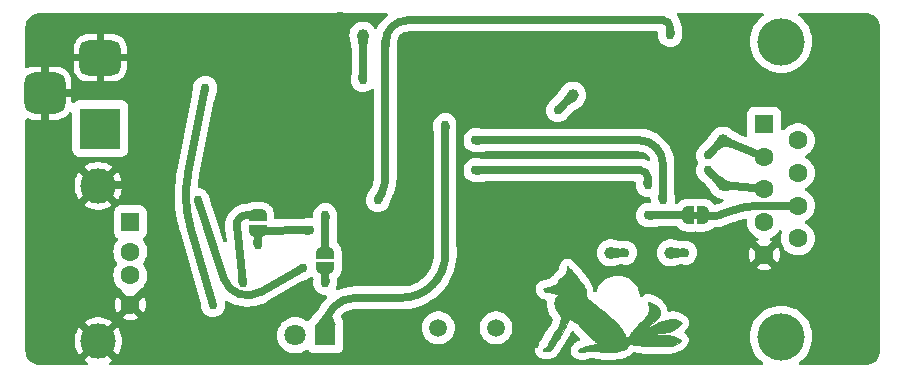
<source format=gbl>
G04 #@! TF.GenerationSoftware,KiCad,Pcbnew,8.0.3+1*
G04 #@! TF.CreationDate,2024-07-17T12:21:26-06:00*
G04 #@! TF.ProjectId,CH375_Serial,43483337-355f-4536-9572-69616c2e6b69,rev?*
G04 #@! TF.SameCoordinates,Original*
G04 #@! TF.FileFunction,Copper,L2,Bot*
G04 #@! TF.FilePolarity,Positive*
%FSLAX46Y46*%
G04 Gerber Fmt 4.6, Leading zero omitted, Abs format (unit mm)*
G04 Created by KiCad (PCBNEW 8.0.3+1) date 2024-07-17 12:21:26*
%MOMM*%
%LPD*%
G01*
G04 APERTURE LIST*
G04 Aperture macros list*
%AMRoundRect*
0 Rectangle with rounded corners*
0 $1 Rounding radius*
0 $2 $3 $4 $5 $6 $7 $8 $9 X,Y pos of 4 corners*
0 Add a 4 corners polygon primitive as box body*
4,1,4,$2,$3,$4,$5,$6,$7,$8,$9,$2,$3,0*
0 Add four circle primitives for the rounded corners*
1,1,$1+$1,$2,$3*
1,1,$1+$1,$4,$5*
1,1,$1+$1,$6,$7*
1,1,$1+$1,$8,$9*
0 Add four rect primitives between the rounded corners*
20,1,$1+$1,$2,$3,$4,$5,0*
20,1,$1+$1,$4,$5,$6,$7,0*
20,1,$1+$1,$6,$7,$8,$9,0*
20,1,$1+$1,$8,$9,$2,$3,0*%
%AMFreePoly0*
4,1,19,0.500000,-0.750000,0.000000,-0.750000,0.000000,-0.744911,-0.071157,-0.744911,-0.207708,-0.704816,-0.327430,-0.627875,-0.420627,-0.520320,-0.479746,-0.390866,-0.500000,-0.250000,-0.500000,0.250000,-0.479746,0.390866,-0.420627,0.520320,-0.327430,0.627875,-0.207708,0.704816,-0.071157,0.744911,0.000000,0.744911,0.000000,0.750000,0.500000,0.750000,0.500000,-0.750000,0.500000,-0.750000,
$1*%
%AMFreePoly1*
4,1,19,0.000000,0.744911,0.071157,0.744911,0.207708,0.704816,0.327430,0.627875,0.420627,0.520320,0.479746,0.390866,0.500000,0.250000,0.500000,-0.250000,0.479746,-0.390866,0.420627,-0.520320,0.327430,-0.627875,0.207708,-0.704816,0.071157,-0.744911,0.000000,-0.744911,0.000000,-0.750000,-0.500000,-0.750000,-0.500000,0.750000,0.000000,0.750000,0.000000,0.744911,0.000000,0.744911,
$1*%
G04 Aperture macros list end*
G04 #@! TA.AperFunction,EtchedComponent*
%ADD10C,0.010000*%
G04 #@! TD*
G04 #@! TA.AperFunction,EtchedComponent*
%ADD11C,0.000000*%
G04 #@! TD*
G04 #@! TA.AperFunction,ComponentPad*
%ADD12R,3.500000X3.500000*%
G04 #@! TD*
G04 #@! TA.AperFunction,ComponentPad*
%ADD13RoundRect,0.750000X-1.000000X0.750000X-1.000000X-0.750000X1.000000X-0.750000X1.000000X0.750000X0*%
G04 #@! TD*
G04 #@! TA.AperFunction,ComponentPad*
%ADD14RoundRect,0.875000X-0.875000X0.875000X-0.875000X-0.875000X0.875000X-0.875000X0.875000X0.875000X0*%
G04 #@! TD*
G04 #@! TA.AperFunction,ComponentPad*
%ADD15C,4.000000*%
G04 #@! TD*
G04 #@! TA.AperFunction,ComponentPad*
%ADD16R,1.600000X1.600000*%
G04 #@! TD*
G04 #@! TA.AperFunction,ComponentPad*
%ADD17C,1.600000*%
G04 #@! TD*
G04 #@! TA.AperFunction,ComponentPad*
%ADD18C,1.500000*%
G04 #@! TD*
G04 #@! TA.AperFunction,ComponentPad*
%ADD19R,1.800000X1.800000*%
G04 #@! TD*
G04 #@! TA.AperFunction,ComponentPad*
%ADD20C,1.800000*%
G04 #@! TD*
G04 #@! TA.AperFunction,ComponentPad*
%ADD21R,1.500000X1.600000*%
G04 #@! TD*
G04 #@! TA.AperFunction,ComponentPad*
%ADD22C,3.000000*%
G04 #@! TD*
G04 #@! TA.AperFunction,SMDPad,CuDef*
%ADD23C,1.000000*%
G04 #@! TD*
G04 #@! TA.AperFunction,SMDPad,CuDef*
%ADD24FreePoly0,90.000000*%
G04 #@! TD*
G04 #@! TA.AperFunction,SMDPad,CuDef*
%ADD25FreePoly1,90.000000*%
G04 #@! TD*
G04 #@! TA.AperFunction,SMDPad,CuDef*
%ADD26FreePoly0,0.000000*%
G04 #@! TD*
G04 #@! TA.AperFunction,SMDPad,CuDef*
%ADD27FreePoly1,0.000000*%
G04 #@! TD*
G04 #@! TA.AperFunction,ViaPad*
%ADD28C,0.762000*%
G04 #@! TD*
G04 #@! TA.AperFunction,ViaPad*
%ADD29C,1.270000*%
G04 #@! TD*
G04 #@! TA.AperFunction,Conductor*
%ADD30C,0.635000*%
G04 #@! TD*
G04 #@! TA.AperFunction,Conductor*
%ADD31C,1.270000*%
G04 #@! TD*
G04 APERTURE END LIST*
D10*
X175577226Y-85477623D02*
X175511808Y-85487761D01*
X175402436Y-85504711D01*
X175286546Y-85519995D01*
X175187339Y-85533079D01*
X175087894Y-85544958D01*
X174923998Y-85564536D01*
X174604477Y-85600889D01*
X174594304Y-85602034D01*
X174366251Y-85627943D01*
X174160605Y-85651752D01*
X173985698Y-85672460D01*
X173849866Y-85689069D01*
X173761441Y-85700577D01*
X173728757Y-85705984D01*
X173736797Y-85706876D01*
X173797271Y-85707964D01*
X173910534Y-85708318D01*
X174068981Y-85707962D01*
X174265011Y-85706920D01*
X174491020Y-85705214D01*
X174739404Y-85702868D01*
X174871017Y-85701669D01*
X175201287Y-85700482D01*
X175468569Y-85702592D01*
X175673896Y-85708021D01*
X175818299Y-85716792D01*
X175902811Y-85728928D01*
X175905551Y-85729633D01*
X175992963Y-85759176D01*
X176120382Y-85810626D01*
X176271129Y-85876934D01*
X176428526Y-85951055D01*
X176808937Y-86136593D01*
X176672692Y-86269379D01*
X176532207Y-86385564D01*
X176283909Y-86522260D01*
X175984978Y-86619178D01*
X175963278Y-86624112D01*
X175870349Y-86640674D01*
X175757135Y-86653429D01*
X175614804Y-86662849D01*
X175434522Y-86669404D01*
X175207456Y-86673568D01*
X174924772Y-86675812D01*
X174894274Y-86675945D01*
X174604062Y-86676020D01*
X174358054Y-86672811D01*
X174140888Y-86665059D01*
X173937204Y-86651506D01*
X173731640Y-86630897D01*
X173508835Y-86601972D01*
X173253429Y-86563474D01*
X172950060Y-86514146D01*
X172458090Y-86432519D01*
X172393418Y-86508110D01*
X172366379Y-86540764D01*
X172297756Y-86627758D01*
X172224779Y-86724058D01*
X172185785Y-86771730D01*
X172094323Y-86860999D01*
X172007817Y-86921798D01*
X171967125Y-86941190D01*
X171776869Y-87010873D01*
X171543587Y-87070988D01*
X171284125Y-87117707D01*
X171015330Y-87147206D01*
X170902767Y-87154552D01*
X170479081Y-87163451D01*
X170110329Y-87138661D01*
X169796489Y-87080181D01*
X169708812Y-87060616D01*
X169544165Y-87036575D01*
X169364740Y-87022329D01*
X169183641Y-87017726D01*
X169013973Y-87022616D01*
X168868842Y-87036849D01*
X168761353Y-87060273D01*
X168704609Y-87092738D01*
X168701513Y-87096830D01*
X168669527Y-87123965D01*
X168617188Y-87138874D01*
X168529869Y-87143825D01*
X168392940Y-87141089D01*
X168294966Y-87137177D01*
X168200080Y-87129769D01*
X168147012Y-87116658D01*
X168122422Y-87093855D01*
X168112970Y-87057370D01*
X168114891Y-87003885D01*
X168144579Y-86932293D01*
X168183257Y-86897654D01*
X168288250Y-86835677D01*
X168433238Y-86771016D01*
X168603776Y-86709237D01*
X168785420Y-86655907D01*
X168963725Y-86616593D01*
X169127811Y-86586642D01*
X169363279Y-86539193D01*
X169537829Y-86497068D01*
X169653528Y-86459741D01*
X169712441Y-86426690D01*
X169724820Y-86405307D01*
X169710633Y-86373108D01*
X169655469Y-86327573D01*
X169551274Y-86260394D01*
X169527662Y-86245051D01*
X169419461Y-86163196D01*
X169280356Y-86045489D01*
X169120050Y-85901189D01*
X168948244Y-85739553D01*
X168774640Y-85569836D01*
X168608942Y-85401297D01*
X168460851Y-85243192D01*
X168340070Y-85104779D01*
X168259149Y-85009332D01*
X168056588Y-84790994D01*
X167865867Y-84614799D01*
X167691651Y-84484411D01*
X167538606Y-84403492D01*
X167411397Y-84375705D01*
X167387289Y-84380229D01*
X167314683Y-84434890D01*
X167229754Y-84550182D01*
X167133618Y-84724417D01*
X167027392Y-84955908D01*
X166967980Y-85089484D01*
X166833779Y-85361154D01*
X166691283Y-85615354D01*
X166552703Y-85829611D01*
X166517646Y-85879020D01*
X166428306Y-86004965D01*
X166346934Y-86119713D01*
X166302261Y-86186020D01*
X166222380Y-86314982D01*
X166150760Y-86441342D01*
X166103019Y-86528375D01*
X165999602Y-86701481D01*
X165897009Y-86855043D01*
X165804142Y-86976145D01*
X165729905Y-87051871D01*
X165711842Y-87065333D01*
X165631695Y-87100181D01*
X165531755Y-87094783D01*
X165512961Y-87091509D01*
X165395473Y-87077332D01*
X165274372Y-87070087D01*
X165252684Y-87069245D01*
X165140135Y-87045944D01*
X165082853Y-86998273D01*
X165081622Y-86935170D01*
X165137230Y-86865574D01*
X165250463Y-86798423D01*
X165299541Y-86773557D01*
X165421383Y-86675002D01*
X165523077Y-86528417D01*
X165610699Y-86325832D01*
X165631600Y-86272148D01*
X165662511Y-86206248D01*
X165705554Y-86127208D01*
X165764850Y-86028402D01*
X165844520Y-85903207D01*
X165948687Y-85744996D01*
X166081471Y-85547146D01*
X166246993Y-85303031D01*
X166297943Y-85226059D01*
X166387951Y-85077236D01*
X166451058Y-84953670D01*
X166480547Y-84867879D01*
X166493949Y-84802708D01*
X166525149Y-84680821D01*
X166562707Y-84554789D01*
X166587143Y-84467679D01*
X166614146Y-84332883D01*
X166624645Y-84222003D01*
X166624461Y-84201718D01*
X166617098Y-84129358D01*
X166591885Y-84066379D01*
X166539167Y-83994884D01*
X166449285Y-83896971D01*
X166446209Y-83893733D01*
X166349880Y-83780648D01*
X166264361Y-83660567D01*
X166207839Y-83558953D01*
X166187810Y-83507957D01*
X166139751Y-83344542D01*
X166105348Y-83166828D01*
X166088634Y-82999280D01*
X166093644Y-82866365D01*
X166104323Y-82801954D01*
X166128627Y-82687504D01*
X166160688Y-82604381D01*
X166211082Y-82529693D01*
X166290387Y-82440547D01*
X166437005Y-82283800D01*
X166329366Y-82239356D01*
X166295640Y-82227091D01*
X166178323Y-82194376D01*
X166021393Y-82158942D01*
X165841966Y-82124207D01*
X165657159Y-82093591D01*
X165484089Y-82070513D01*
X165365309Y-82048020D01*
X165238867Y-81991417D01*
X165164821Y-81909070D01*
X165147881Y-81804703D01*
X165149901Y-81789565D01*
X165167687Y-81740610D01*
X165213258Y-81713663D01*
X165304911Y-81696063D01*
X165349061Y-81688446D01*
X165490486Y-81654731D01*
X165660567Y-81605395D01*
X165837532Y-81547410D01*
X165999609Y-81487751D01*
X166125026Y-81433389D01*
X166130999Y-81430426D01*
X166207218Y-81388809D01*
X166261368Y-81344442D01*
X166310817Y-81279227D01*
X166372934Y-81175068D01*
X166419505Y-81106242D01*
X166504834Y-81002606D01*
X166609335Y-80889901D01*
X166720970Y-80779889D01*
X166827702Y-80684330D01*
X166917492Y-80614986D01*
X166978304Y-80583616D01*
X166994922Y-80579972D01*
X167044143Y-80557615D01*
X167070458Y-80509294D01*
X167086237Y-80415771D01*
X167093433Y-80355760D01*
X167110189Y-80216970D01*
X167126767Y-80080591D01*
X167140213Y-79999897D01*
X167162420Y-79924393D01*
X167185183Y-79895242D01*
X167201869Y-79903372D01*
X167257268Y-79949783D01*
X167337182Y-80028130D01*
X167430483Y-80127859D01*
X167458498Y-80158754D01*
X167591042Y-80301326D01*
X167736541Y-80453502D01*
X167868225Y-80587193D01*
X167924160Y-80644799D01*
X168021756Y-80755449D01*
X168097886Y-80854829D01*
X168139588Y-80926721D01*
X168146559Y-80943002D01*
X168195706Y-81030747D01*
X168270042Y-81142331D01*
X168356394Y-81257647D01*
X168371912Y-81277347D01*
X168465697Y-81404119D01*
X168551496Y-81531458D01*
X168612430Y-81634518D01*
X168659462Y-81740373D01*
X168722062Y-81936353D01*
X168765876Y-82144287D01*
X168783158Y-82332504D01*
X168784131Y-82359637D01*
X168794942Y-82427492D01*
X168821387Y-82495920D01*
X168868081Y-82569518D01*
X168939638Y-82652882D01*
X169040672Y-82750608D01*
X169175800Y-82867293D01*
X169349633Y-83007532D01*
X169566788Y-83175921D01*
X169831879Y-83377057D01*
X170106373Y-83587109D01*
X170517543Y-83916584D01*
X170876078Y-84225099D01*
X171185676Y-84516401D01*
X171450033Y-84794240D01*
X171672845Y-85062364D01*
X171857808Y-85324522D01*
X172008620Y-85584462D01*
X172035099Y-85634757D01*
X172098709Y-85750006D01*
X172152386Y-85839918D01*
X172186667Y-85888338D01*
X172249210Y-85917401D01*
X172324505Y-85889669D01*
X172405429Y-85807322D01*
X172486496Y-85674276D01*
X172501377Y-85646434D01*
X172519560Y-85617829D01*
X173039112Y-85617829D01*
X173041348Y-85628662D01*
X173064091Y-85624954D01*
X173121594Y-85582684D01*
X173155558Y-85554963D01*
X173161111Y-85544958D01*
X173111638Y-85567701D01*
X173064428Y-85594210D01*
X173039112Y-85617829D01*
X172519560Y-85617829D01*
X172581748Y-85519995D01*
X173200280Y-85519995D01*
X173216396Y-85536112D01*
X173232513Y-85519995D01*
X173216396Y-85503878D01*
X173200280Y-85519995D01*
X172581748Y-85519995D01*
X172583680Y-85516956D01*
X172604995Y-85487761D01*
X173264747Y-85487761D01*
X173280863Y-85503878D01*
X173296980Y-85487761D01*
X173280863Y-85471644D01*
X173264747Y-85487761D01*
X172604995Y-85487761D01*
X172628528Y-85455528D01*
X173329214Y-85455528D01*
X173345330Y-85471644D01*
X173361447Y-85455528D01*
X173345330Y-85439411D01*
X173329214Y-85455528D01*
X172628528Y-85455528D01*
X172698881Y-85359168D01*
X172836176Y-85185955D01*
X172984762Y-85010200D01*
X173133835Y-84844789D01*
X173272591Y-84702603D01*
X173390227Y-84596528D01*
X173425218Y-84567428D01*
X173586273Y-84415528D01*
X173741344Y-84243301D01*
X173874560Y-84069463D01*
X173970049Y-83912731D01*
X173986284Y-83879478D01*
X174058973Y-83680013D01*
X174079713Y-83487437D01*
X174051418Y-83279075D01*
X174024935Y-83165502D01*
X173995589Y-83036564D01*
X173981000Y-82954801D01*
X173982180Y-82910543D01*
X174000141Y-82894120D01*
X174035896Y-82895862D01*
X174090456Y-82906100D01*
X174122736Y-82912732D01*
X174284716Y-82966382D01*
X174461744Y-83050528D01*
X174629453Y-83152386D01*
X174763476Y-83259172D01*
X174779562Y-83275193D01*
X174902319Y-83446304D01*
X174978926Y-83654932D01*
X175005356Y-83890571D01*
X174998687Y-83970167D01*
X174965502Y-84082934D01*
X174901221Y-84201531D01*
X174802229Y-84329584D01*
X174664906Y-84470716D01*
X174485637Y-84628551D01*
X174260804Y-84806713D01*
X173986790Y-85008825D01*
X173659979Y-85238513D01*
X173594364Y-85283861D01*
X173490011Y-85356677D01*
X173427454Y-85402333D01*
X173398942Y-85427137D01*
X173396723Y-85437394D01*
X173413044Y-85439411D01*
X173415010Y-85439143D01*
X173458830Y-85419632D01*
X173544779Y-85373713D01*
X173661382Y-85307707D01*
X173797160Y-85227930D01*
X173983120Y-85118590D01*
X174331131Y-84925819D01*
X174654300Y-84765350D01*
X174968287Y-84630183D01*
X175288749Y-84513315D01*
X175631346Y-84407743D01*
X175837402Y-84361505D01*
X176091492Y-84347489D01*
X176338618Y-84388893D01*
X176595774Y-84487117D01*
X176725159Y-84553663D01*
X176813555Y-84613962D01*
X176842665Y-84659771D01*
X176836060Y-84693213D01*
X176785197Y-84780462D01*
X176691782Y-84886155D01*
X176564997Y-85001540D01*
X176414029Y-85117866D01*
X176248060Y-85226380D01*
X176223976Y-85240706D01*
X176124356Y-85298091D01*
X176032050Y-85345905D01*
X175939121Y-85385957D01*
X175837631Y-85420055D01*
X175719645Y-85450007D01*
X175691172Y-85455528D01*
X175577226Y-85477623D01*
G04 #@! TA.AperFunction,EtchedComponent*
G36*
X175577226Y-85477623D02*
G01*
X175511808Y-85487761D01*
X175402436Y-85504711D01*
X175286546Y-85519995D01*
X175187339Y-85533079D01*
X175087894Y-85544958D01*
X174923998Y-85564536D01*
X174604477Y-85600889D01*
X174594304Y-85602034D01*
X174366251Y-85627943D01*
X174160605Y-85651752D01*
X173985698Y-85672460D01*
X173849866Y-85689069D01*
X173761441Y-85700577D01*
X173728757Y-85705984D01*
X173736797Y-85706876D01*
X173797271Y-85707964D01*
X173910534Y-85708318D01*
X174068981Y-85707962D01*
X174265011Y-85706920D01*
X174491020Y-85705214D01*
X174739404Y-85702868D01*
X174871017Y-85701669D01*
X175201287Y-85700482D01*
X175468569Y-85702592D01*
X175673896Y-85708021D01*
X175818299Y-85716792D01*
X175902811Y-85728928D01*
X175905551Y-85729633D01*
X175992963Y-85759176D01*
X176120382Y-85810626D01*
X176271129Y-85876934D01*
X176428526Y-85951055D01*
X176808937Y-86136593D01*
X176672692Y-86269379D01*
X176532207Y-86385564D01*
X176283909Y-86522260D01*
X175984978Y-86619178D01*
X175963278Y-86624112D01*
X175870349Y-86640674D01*
X175757135Y-86653429D01*
X175614804Y-86662849D01*
X175434522Y-86669404D01*
X175207456Y-86673568D01*
X174924772Y-86675812D01*
X174894274Y-86675945D01*
X174604062Y-86676020D01*
X174358054Y-86672811D01*
X174140888Y-86665059D01*
X173937204Y-86651506D01*
X173731640Y-86630897D01*
X173508835Y-86601972D01*
X173253429Y-86563474D01*
X172950060Y-86514146D01*
X172458090Y-86432519D01*
X172393418Y-86508110D01*
X172366379Y-86540764D01*
X172297756Y-86627758D01*
X172224779Y-86724058D01*
X172185785Y-86771730D01*
X172094323Y-86860999D01*
X172007817Y-86921798D01*
X171967125Y-86941190D01*
X171776869Y-87010873D01*
X171543587Y-87070988D01*
X171284125Y-87117707D01*
X171015330Y-87147206D01*
X170902767Y-87154552D01*
X170479081Y-87163451D01*
X170110329Y-87138661D01*
X169796489Y-87080181D01*
X169708812Y-87060616D01*
X169544165Y-87036575D01*
X169364740Y-87022329D01*
X169183641Y-87017726D01*
X169013973Y-87022616D01*
X168868842Y-87036849D01*
X168761353Y-87060273D01*
X168704609Y-87092738D01*
X168701513Y-87096830D01*
X168669527Y-87123965D01*
X168617188Y-87138874D01*
X168529869Y-87143825D01*
X168392940Y-87141089D01*
X168294966Y-87137177D01*
X168200080Y-87129769D01*
X168147012Y-87116658D01*
X168122422Y-87093855D01*
X168112970Y-87057370D01*
X168114891Y-87003885D01*
X168144579Y-86932293D01*
X168183257Y-86897654D01*
X168288250Y-86835677D01*
X168433238Y-86771016D01*
X168603776Y-86709237D01*
X168785420Y-86655907D01*
X168963725Y-86616593D01*
X169127811Y-86586642D01*
X169363279Y-86539193D01*
X169537829Y-86497068D01*
X169653528Y-86459741D01*
X169712441Y-86426690D01*
X169724820Y-86405307D01*
X169710633Y-86373108D01*
X169655469Y-86327573D01*
X169551274Y-86260394D01*
X169527662Y-86245051D01*
X169419461Y-86163196D01*
X169280356Y-86045489D01*
X169120050Y-85901189D01*
X168948244Y-85739553D01*
X168774640Y-85569836D01*
X168608942Y-85401297D01*
X168460851Y-85243192D01*
X168340070Y-85104779D01*
X168259149Y-85009332D01*
X168056588Y-84790994D01*
X167865867Y-84614799D01*
X167691651Y-84484411D01*
X167538606Y-84403492D01*
X167411397Y-84375705D01*
X167387289Y-84380229D01*
X167314683Y-84434890D01*
X167229754Y-84550182D01*
X167133618Y-84724417D01*
X167027392Y-84955908D01*
X166967980Y-85089484D01*
X166833779Y-85361154D01*
X166691283Y-85615354D01*
X166552703Y-85829611D01*
X166517646Y-85879020D01*
X166428306Y-86004965D01*
X166346934Y-86119713D01*
X166302261Y-86186020D01*
X166222380Y-86314982D01*
X166150760Y-86441342D01*
X166103019Y-86528375D01*
X165999602Y-86701481D01*
X165897009Y-86855043D01*
X165804142Y-86976145D01*
X165729905Y-87051871D01*
X165711842Y-87065333D01*
X165631695Y-87100181D01*
X165531755Y-87094783D01*
X165512961Y-87091509D01*
X165395473Y-87077332D01*
X165274372Y-87070087D01*
X165252684Y-87069245D01*
X165140135Y-87045944D01*
X165082853Y-86998273D01*
X165081622Y-86935170D01*
X165137230Y-86865574D01*
X165250463Y-86798423D01*
X165299541Y-86773557D01*
X165421383Y-86675002D01*
X165523077Y-86528417D01*
X165610699Y-86325832D01*
X165631600Y-86272148D01*
X165662511Y-86206248D01*
X165705554Y-86127208D01*
X165764850Y-86028402D01*
X165844520Y-85903207D01*
X165948687Y-85744996D01*
X166081471Y-85547146D01*
X166246993Y-85303031D01*
X166297943Y-85226059D01*
X166387951Y-85077236D01*
X166451058Y-84953670D01*
X166480547Y-84867879D01*
X166493949Y-84802708D01*
X166525149Y-84680821D01*
X166562707Y-84554789D01*
X166587143Y-84467679D01*
X166614146Y-84332883D01*
X166624645Y-84222003D01*
X166624461Y-84201718D01*
X166617098Y-84129358D01*
X166591885Y-84066379D01*
X166539167Y-83994884D01*
X166449285Y-83896971D01*
X166446209Y-83893733D01*
X166349880Y-83780648D01*
X166264361Y-83660567D01*
X166207839Y-83558953D01*
X166187810Y-83507957D01*
X166139751Y-83344542D01*
X166105348Y-83166828D01*
X166088634Y-82999280D01*
X166093644Y-82866365D01*
X166104323Y-82801954D01*
X166128627Y-82687504D01*
X166160688Y-82604381D01*
X166211082Y-82529693D01*
X166290387Y-82440547D01*
X166437005Y-82283800D01*
X166329366Y-82239356D01*
X166295640Y-82227091D01*
X166178323Y-82194376D01*
X166021393Y-82158942D01*
X165841966Y-82124207D01*
X165657159Y-82093591D01*
X165484089Y-82070513D01*
X165365309Y-82048020D01*
X165238867Y-81991417D01*
X165164821Y-81909070D01*
X165147881Y-81804703D01*
X165149901Y-81789565D01*
X165167687Y-81740610D01*
X165213258Y-81713663D01*
X165304911Y-81696063D01*
X165349061Y-81688446D01*
X165490486Y-81654731D01*
X165660567Y-81605395D01*
X165837532Y-81547410D01*
X165999609Y-81487751D01*
X166125026Y-81433389D01*
X166130999Y-81430426D01*
X166207218Y-81388809D01*
X166261368Y-81344442D01*
X166310817Y-81279227D01*
X166372934Y-81175068D01*
X166419505Y-81106242D01*
X166504834Y-81002606D01*
X166609335Y-80889901D01*
X166720970Y-80779889D01*
X166827702Y-80684330D01*
X166917492Y-80614986D01*
X166978304Y-80583616D01*
X166994922Y-80579972D01*
X167044143Y-80557615D01*
X167070458Y-80509294D01*
X167086237Y-80415771D01*
X167093433Y-80355760D01*
X167110189Y-80216970D01*
X167126767Y-80080591D01*
X167140213Y-79999897D01*
X167162420Y-79924393D01*
X167185183Y-79895242D01*
X167201869Y-79903372D01*
X167257268Y-79949783D01*
X167337182Y-80028130D01*
X167430483Y-80127859D01*
X167458498Y-80158754D01*
X167591042Y-80301326D01*
X167736541Y-80453502D01*
X167868225Y-80587193D01*
X167924160Y-80644799D01*
X168021756Y-80755449D01*
X168097886Y-80854829D01*
X168139588Y-80926721D01*
X168146559Y-80943002D01*
X168195706Y-81030747D01*
X168270042Y-81142331D01*
X168356394Y-81257647D01*
X168371912Y-81277347D01*
X168465697Y-81404119D01*
X168551496Y-81531458D01*
X168612430Y-81634518D01*
X168659462Y-81740373D01*
X168722062Y-81936353D01*
X168765876Y-82144287D01*
X168783158Y-82332504D01*
X168784131Y-82359637D01*
X168794942Y-82427492D01*
X168821387Y-82495920D01*
X168868081Y-82569518D01*
X168939638Y-82652882D01*
X169040672Y-82750608D01*
X169175800Y-82867293D01*
X169349633Y-83007532D01*
X169566788Y-83175921D01*
X169831879Y-83377057D01*
X170106373Y-83587109D01*
X170517543Y-83916584D01*
X170876078Y-84225099D01*
X171185676Y-84516401D01*
X171450033Y-84794240D01*
X171672845Y-85062364D01*
X171857808Y-85324522D01*
X172008620Y-85584462D01*
X172035099Y-85634757D01*
X172098709Y-85750006D01*
X172152386Y-85839918D01*
X172186667Y-85888338D01*
X172249210Y-85917401D01*
X172324505Y-85889669D01*
X172405429Y-85807322D01*
X172486496Y-85674276D01*
X172501377Y-85646434D01*
X172519560Y-85617829D01*
X173039112Y-85617829D01*
X173041348Y-85628662D01*
X173064091Y-85624954D01*
X173121594Y-85582684D01*
X173155558Y-85554963D01*
X173161111Y-85544958D01*
X173111638Y-85567701D01*
X173064428Y-85594210D01*
X173039112Y-85617829D01*
X172519560Y-85617829D01*
X172581748Y-85519995D01*
X173200280Y-85519995D01*
X173216396Y-85536112D01*
X173232513Y-85519995D01*
X173216396Y-85503878D01*
X173200280Y-85519995D01*
X172581748Y-85519995D01*
X172583680Y-85516956D01*
X172604995Y-85487761D01*
X173264747Y-85487761D01*
X173280863Y-85503878D01*
X173296980Y-85487761D01*
X173280863Y-85471644D01*
X173264747Y-85487761D01*
X172604995Y-85487761D01*
X172628528Y-85455528D01*
X173329214Y-85455528D01*
X173345330Y-85471644D01*
X173361447Y-85455528D01*
X173345330Y-85439411D01*
X173329214Y-85455528D01*
X172628528Y-85455528D01*
X172698881Y-85359168D01*
X172836176Y-85185955D01*
X172984762Y-85010200D01*
X173133835Y-84844789D01*
X173272591Y-84702603D01*
X173390227Y-84596528D01*
X173425218Y-84567428D01*
X173586273Y-84415528D01*
X173741344Y-84243301D01*
X173874560Y-84069463D01*
X173970049Y-83912731D01*
X173986284Y-83879478D01*
X174058973Y-83680013D01*
X174079713Y-83487437D01*
X174051418Y-83279075D01*
X174024935Y-83165502D01*
X173995589Y-83036564D01*
X173981000Y-82954801D01*
X173982180Y-82910543D01*
X174000141Y-82894120D01*
X174035896Y-82895862D01*
X174090456Y-82906100D01*
X174122736Y-82912732D01*
X174284716Y-82966382D01*
X174461744Y-83050528D01*
X174629453Y-83152386D01*
X174763476Y-83259172D01*
X174779562Y-83275193D01*
X174902319Y-83446304D01*
X174978926Y-83654932D01*
X175005356Y-83890571D01*
X174998687Y-83970167D01*
X174965502Y-84082934D01*
X174901221Y-84201531D01*
X174802229Y-84329584D01*
X174664906Y-84470716D01*
X174485637Y-84628551D01*
X174260804Y-84806713D01*
X173986790Y-85008825D01*
X173659979Y-85238513D01*
X173594364Y-85283861D01*
X173490011Y-85356677D01*
X173427454Y-85402333D01*
X173398942Y-85427137D01*
X173396723Y-85437394D01*
X173413044Y-85439411D01*
X173415010Y-85439143D01*
X173458830Y-85419632D01*
X173544779Y-85373713D01*
X173661382Y-85307707D01*
X173797160Y-85227930D01*
X173983120Y-85118590D01*
X174331131Y-84925819D01*
X174654300Y-84765350D01*
X174968287Y-84630183D01*
X175288749Y-84513315D01*
X175631346Y-84407743D01*
X175837402Y-84361505D01*
X176091492Y-84347489D01*
X176338618Y-84388893D01*
X176595774Y-84487117D01*
X176725159Y-84553663D01*
X176813555Y-84613962D01*
X176842665Y-84659771D01*
X176836060Y-84693213D01*
X176785197Y-84780462D01*
X176691782Y-84886155D01*
X176564997Y-85001540D01*
X176414029Y-85117866D01*
X176248060Y-85226380D01*
X176223976Y-85240706D01*
X176124356Y-85298091D01*
X176032050Y-85345905D01*
X175939121Y-85385957D01*
X175837631Y-85420055D01*
X175719645Y-85450007D01*
X175691172Y-85455528D01*
X175577226Y-85477623D01*
G37*
G04 #@! TD.AperFunction*
D11*
G04 #@! TA.AperFunction,EtchedComponent*
G36*
X178289000Y-75865000D02*
G01*
X177789000Y-75865000D01*
X177789000Y-75265000D01*
X178289000Y-75265000D01*
X178289000Y-75865000D01*
G37*
G04 #@! TD.AperFunction*
D12*
X127635000Y-68230000D03*
D13*
X127635000Y-62230000D03*
D14*
X122935000Y-65230000D03*
D15*
X185270000Y-85870000D03*
X185270000Y-60870000D03*
D16*
X183850000Y-67830000D03*
D17*
X183850000Y-70600000D03*
X183850000Y-73370000D03*
X183850000Y-76140000D03*
X183850000Y-78910000D03*
X186690000Y-69215000D03*
X186690000Y-71985000D03*
X186690000Y-74755000D03*
X186690000Y-77525000D03*
D18*
X156257500Y-85090000D03*
X161137500Y-85090000D03*
D19*
X146685000Y-85725000D03*
D20*
X144145000Y-85725000D03*
D21*
X130175000Y-76145000D03*
D17*
X130175000Y-78645000D03*
X130175000Y-80645000D03*
X130175000Y-83145000D03*
D22*
X127465000Y-73075000D03*
X127465000Y-86215000D03*
D23*
X175895000Y-78740000D03*
X180340000Y-69215000D03*
X149860000Y-60325000D03*
X180340000Y-73025000D03*
X167640000Y-65405000D03*
D24*
X140970000Y-76865000D03*
D25*
X140970000Y-75565000D03*
D23*
X170815000Y-78740000D03*
D26*
X177389000Y-75565000D03*
D27*
X178689000Y-75565000D03*
D24*
X146685000Y-80025000D03*
D25*
X146685000Y-78725000D03*
D28*
X137160000Y-83185000D03*
X136525000Y-64770000D03*
X170307000Y-60706000D03*
X144272000Y-69215000D03*
X139700000Y-68580000D03*
X158115000Y-78105000D03*
X164465000Y-86487000D03*
D29*
X147955000Y-73660000D03*
D28*
X155575000Y-65532000D03*
X179959000Y-78232000D03*
X184023000Y-82423000D03*
X122936000Y-76073000D03*
X162941000Y-82550000D03*
X174244000Y-79883000D03*
X122936000Y-85090000D03*
X147955000Y-71247000D03*
X158115000Y-60960000D03*
X133604000Y-83312000D03*
X161163000Y-65532000D03*
X187960000Y-64135000D03*
D29*
X147955000Y-62865000D03*
D28*
X155321000Y-74549000D03*
X188087000Y-82550000D03*
D29*
X147955000Y-58964357D03*
D28*
X138049000Y-58928000D03*
X153289000Y-86360000D03*
X122809000Y-59817000D03*
X129667000Y-59182000D03*
X149860000Y-78867000D03*
X158750000Y-86360000D03*
X122936000Y-80391000D03*
X158115000Y-65532000D03*
X122936000Y-71501000D03*
X182626000Y-64135000D03*
X158115000Y-70485000D03*
X132715000Y-76200000D03*
X151765000Y-60960000D03*
X151130000Y-74295000D03*
X175895000Y-60325000D03*
X156845000Y-67945000D03*
X135890000Y-74295000D03*
X144780000Y-80010000D03*
X146685000Y-81280000D03*
X139700000Y-81280000D03*
X179070000Y-71755000D03*
X179070000Y-70485000D03*
X175260000Y-74295000D03*
X159385000Y-69215000D03*
X146685000Y-75565000D03*
X140970000Y-78105000D03*
X145415000Y-76835000D03*
X149860000Y-64135000D03*
X166370000Y-66675000D03*
X172085000Y-78740000D03*
X177165000Y-78740000D03*
X173990000Y-73025000D03*
X159385000Y-71755000D03*
X173990000Y-75565000D03*
D30*
X136525000Y-64770000D02*
X135073059Y-72029700D01*
X135254650Y-76516275D02*
X137160000Y-83185000D01*
X135073059Y-72029700D02*
G75*
G03*
X135254640Y-76516278I9343841J-1868800D01*
G01*
X158115000Y-70485000D02*
X158115000Y-65532000D01*
X128502500Y-73050000D02*
X127465000Y-73075000D01*
X158115000Y-70485000D02*
X158115000Y-78105000D01*
X132715000Y-74612500D02*
X132715000Y-76200000D01*
X131127500Y-73025000D02*
X130577801Y-73025000D01*
D31*
X147955000Y-58964357D02*
X147955000Y-62865000D01*
X147955000Y-73660000D02*
X147955000Y-71247000D01*
D30*
X158115000Y-65532000D02*
X158115000Y-60960000D01*
D31*
X147955000Y-71247000D02*
X147955000Y-62865000D01*
D30*
X132715000Y-74612500D02*
G75*
G03*
X131127500Y-73025000I-1587500J0D01*
G01*
X130577801Y-73025000D02*
G75*
G03*
X128502500Y-73050001I-1J-86146800D01*
G01*
X151765000Y-60960000D02*
X151765000Y-72315048D01*
X151447500Y-73660000D02*
X151130000Y-74295000D01*
X175895000Y-59690000D02*
X175895000Y-60325000D01*
X153669999Y-59055000D02*
X175260000Y-59055000D01*
X175260000Y-59055000D02*
G75*
G02*
X175895000Y-59690000I0J-635000D01*
G01*
X151765000Y-72315048D02*
G75*
G02*
X151447480Y-73659990I-3007400J48D01*
G01*
X153669999Y-59055000D02*
G75*
G03*
X151765000Y-60960000I1J-1905000D01*
G01*
X153144398Y-82550000D02*
X149224302Y-82550000D01*
X146685000Y-85089302D02*
X146685000Y-85725000D01*
X156845000Y-67945000D02*
X156845000Y-78849398D01*
X149224302Y-82550000D02*
G75*
G03*
X146685000Y-85089302I-2J-2539300D01*
G01*
X156845000Y-78849398D02*
G75*
G02*
X153144398Y-82550000I-3700600J-2D01*
G01*
X135890000Y-74295000D02*
X138112500Y-80962500D01*
X141206736Y-82051865D02*
X144780000Y-80010000D01*
X138112500Y-80962500D02*
G75*
G03*
X139382500Y-82232500I1905000J635000D01*
G01*
X139382500Y-82232500D02*
G75*
G03*
X141206732Y-82051858I710100J2130400D01*
G01*
X146685000Y-81280000D02*
X146685000Y-80025000D01*
X140017500Y-75565000D02*
X140970000Y-75565000D01*
X139170186Y-76511674D02*
X139700000Y-81280000D01*
X140017500Y-75565000D02*
G75*
G03*
X139170217Y-76511671I0J-852500D01*
G01*
X180340000Y-73025000D02*
X183850000Y-73370000D01*
X179070000Y-71755000D02*
X180340000Y-73025000D01*
X186690000Y-74755000D02*
X183315674Y-74771680D01*
X179637529Y-75638029D02*
X178689000Y-75565000D01*
X180256352Y-75496873D02*
X181000770Y-75209254D01*
X180256352Y-75496873D02*
X180111631Y-75552788D01*
X181000770Y-75209254D02*
G75*
G02*
X183315674Y-74771664I2347130J-6074746D01*
G01*
X180111631Y-75552788D02*
G75*
G02*
X179637529Y-75638042I-457731J1184588D01*
G01*
X179070000Y-70485000D02*
X180340000Y-69215000D01*
X180340000Y-69215000D02*
X183850000Y-70600000D01*
X175260000Y-71214998D02*
X175260000Y-74295000D01*
X173260001Y-69215000D02*
X159385000Y-69215000D01*
X175260000Y-71214998D02*
G75*
G03*
X173260001Y-69215000I-2000000J-2D01*
G01*
X146685000Y-75565000D02*
X146685000Y-78725000D01*
X140970000Y-78105000D02*
X140970000Y-76865000D01*
X145415000Y-76835000D02*
X140970000Y-76865000D01*
X149860000Y-64135000D02*
X149860000Y-60325000D01*
X166370000Y-66675000D02*
X167640000Y-65405000D01*
X172085000Y-78740000D02*
X170815000Y-78740000D01*
X177165000Y-78740000D02*
X175895000Y-78740000D01*
X173355000Y-71755000D02*
X159385000Y-71755000D01*
X173990000Y-73025000D02*
X173990000Y-72390000D01*
X173990000Y-72390000D02*
G75*
G03*
X173355000Y-71755000I-635000J0D01*
G01*
X177389000Y-75565000D02*
X173990000Y-75565000D01*
G04 #@! TA.AperFunction,Conductor*
G36*
X151914207Y-58440284D02*
G01*
X151969623Y-58495700D01*
X151989907Y-58571400D01*
X151969623Y-58647100D01*
X151932903Y-58689769D01*
X151762591Y-58825587D01*
X151762581Y-58825596D01*
X151535595Y-59052582D01*
X151535586Y-59052592D01*
X151335458Y-59303545D01*
X151164670Y-59575353D01*
X151164664Y-59575364D01*
X151097398Y-59715043D01*
X151046278Y-59774445D01*
X150972305Y-59800329D01*
X150895301Y-59785758D01*
X150835899Y-59734638D01*
X150832269Y-59729053D01*
X150829561Y-59724679D01*
X150767869Y-59642985D01*
X150702740Y-59556741D01*
X150547223Y-59414969D01*
X150368304Y-59304187D01*
X150368298Y-59304184D01*
X150172080Y-59228169D01*
X150172072Y-59228167D01*
X149965222Y-59189500D01*
X149965220Y-59189500D01*
X149754780Y-59189500D01*
X149754777Y-59189500D01*
X149547927Y-59228167D01*
X149547919Y-59228169D01*
X149351701Y-59304184D01*
X149351693Y-59304188D01*
X149172775Y-59414970D01*
X149017256Y-59556745D01*
X148890441Y-59724676D01*
X148796641Y-59913052D01*
X148796638Y-59913060D01*
X148739054Y-60115448D01*
X148739052Y-60115456D01*
X148739052Y-60115458D01*
X148719635Y-60325000D01*
X148739052Y-60534542D01*
X148743947Y-60551745D01*
X148759663Y-60606982D01*
X148762982Y-60621232D01*
X148843575Y-61062831D01*
X148895329Y-61346417D01*
X148904540Y-61396885D01*
X148907000Y-61424067D01*
X148907000Y-63297294D01*
X148903713Y-63328672D01*
X148903317Y-63330536D01*
X148841766Y-64069153D01*
X148840129Y-64095188D01*
X148840090Y-64096098D01*
X148840320Y-64100859D01*
X148839766Y-64122974D01*
X148838582Y-64134998D01*
X148838582Y-64135003D01*
X148844828Y-64198429D01*
X148845381Y-64205974D01*
X148845665Y-64211872D01*
X148846282Y-64215787D01*
X148847396Y-64224500D01*
X148858208Y-64334269D01*
X148916332Y-64525878D01*
X148916333Y-64525880D01*
X149010720Y-64702466D01*
X149010722Y-64702469D01*
X149094599Y-64804675D01*
X149137748Y-64857252D01*
X149292531Y-64984278D01*
X149469120Y-65078667D01*
X149660731Y-65136792D01*
X149860000Y-65156418D01*
X150059269Y-65136792D01*
X150250880Y-65078667D01*
X150427469Y-64984278D01*
X150564553Y-64871776D01*
X150635938Y-64839433D01*
X150713931Y-64847115D01*
X150777634Y-64892764D01*
X150809978Y-64964149D01*
X150812000Y-64988811D01*
X150812000Y-72310637D01*
X150811746Y-72319409D01*
X150798719Y-72543860D01*
X150796690Y-72561282D01*
X150758554Y-72778385D01*
X150754524Y-72795454D01*
X150691538Y-73006686D01*
X150685560Y-73023177D01*
X150618494Y-73179309D01*
X150608551Y-73198537D01*
X150303315Y-73697717D01*
X150291190Y-73714773D01*
X150280726Y-73727525D01*
X150280723Y-73727529D01*
X150252478Y-73780369D01*
X150248128Y-73787970D01*
X150238677Y-73803428D01*
X150214474Y-73846685D01*
X150213675Y-73848251D01*
X150213668Y-73848269D01*
X150210957Y-73855414D01*
X150202930Y-73873067D01*
X150186334Y-73904117D01*
X150186333Y-73904119D01*
X150128207Y-74095730D01*
X150108582Y-74295000D01*
X150128208Y-74494269D01*
X150186332Y-74685878D01*
X150186333Y-74685880D01*
X150280720Y-74862466D01*
X150280722Y-74862469D01*
X150400880Y-75008884D01*
X150407748Y-75017252D01*
X150562531Y-75144278D01*
X150739120Y-75238667D01*
X150930731Y-75296792D01*
X151130000Y-75316418D01*
X151329269Y-75296792D01*
X151520880Y-75238667D01*
X151697469Y-75144278D01*
X151852252Y-75017252D01*
X151979278Y-74862469D01*
X152073667Y-74685880D01*
X152073669Y-74685875D01*
X152074827Y-74683079D01*
X152080953Y-74667054D01*
X152082832Y-74663018D01*
X152106043Y-74603673D01*
X152325833Y-74041720D01*
X152329833Y-74029713D01*
X152338048Y-74009874D01*
X152341866Y-74002241D01*
X152341867Y-74002235D01*
X152345327Y-73995317D01*
X152345362Y-73995234D01*
X152368352Y-73949276D01*
X152433811Y-73788380D01*
X152483731Y-73665678D01*
X152483733Y-73665670D01*
X152483739Y-73665657D01*
X152576887Y-73373978D01*
X152647240Y-73075978D01*
X152694378Y-72773437D01*
X152718021Y-72468159D01*
X152718000Y-72315063D01*
X152718001Y-72221201D01*
X152718000Y-72221195D01*
X152718000Y-66675000D01*
X165348582Y-66675000D01*
X165368208Y-66874269D01*
X165426332Y-67065878D01*
X165426333Y-67065880D01*
X165520720Y-67242466D01*
X165520722Y-67242469D01*
X165631563Y-67377531D01*
X165647748Y-67397252D01*
X165802531Y-67524278D01*
X165979120Y-67618667D01*
X166170731Y-67676792D01*
X166370000Y-67696418D01*
X166569269Y-67676792D01*
X166760880Y-67618667D01*
X166937469Y-67524278D01*
X167092252Y-67397252D01*
X167112539Y-67372530D01*
X167127172Y-67357062D01*
X167136538Y-67348461D01*
X167136548Y-67348452D01*
X167569604Y-66836657D01*
X167599073Y-66809927D01*
X168206347Y-66390098D01*
X168212721Y-66385926D01*
X168327223Y-66315031D01*
X168369452Y-66276533D01*
X168379898Y-66267838D01*
X168391591Y-66258962D01*
X168393195Y-66257628D01*
X168409485Y-66240538D01*
X168417022Y-66233167D01*
X168482740Y-66173259D01*
X168609558Y-66005325D01*
X168703359Y-65816947D01*
X168760948Y-65614542D01*
X168780365Y-65405000D01*
X168760948Y-65195458D01*
X168703359Y-64993053D01*
X168609558Y-64804675D01*
X168482740Y-64636741D01*
X168327223Y-64494969D01*
X168148304Y-64384187D01*
X168148298Y-64384184D01*
X167952080Y-64308169D01*
X167952072Y-64308167D01*
X167745222Y-64269500D01*
X167745220Y-64269500D01*
X167534780Y-64269500D01*
X167534777Y-64269500D01*
X167327927Y-64308167D01*
X167327919Y-64308169D01*
X167131701Y-64384184D01*
X167131693Y-64384188D01*
X166952777Y-64494968D01*
X166952773Y-64494972D01*
X166873551Y-64567191D01*
X166862457Y-64576377D01*
X166858766Y-64579148D01*
X166858760Y-64579153D01*
X166856419Y-64581766D01*
X166845674Y-64592603D01*
X166797260Y-64636741D01*
X166670441Y-64804675D01*
X166654809Y-64836068D01*
X166643820Y-64854675D01*
X166235074Y-65445919D01*
X166208333Y-65475399D01*
X165696573Y-65908427D01*
X165676825Y-65925846D01*
X165676129Y-65926485D01*
X165673018Y-65929913D01*
X165656979Y-65945172D01*
X165647747Y-65952748D01*
X165607348Y-66001975D01*
X165602425Y-66007677D01*
X165598411Y-66012099D01*
X165596071Y-66015314D01*
X165590708Y-66022250D01*
X165520721Y-66107532D01*
X165520717Y-66107538D01*
X165426333Y-66284119D01*
X165426332Y-66284121D01*
X165368208Y-66475730D01*
X165348582Y-66675000D01*
X152718000Y-66675000D01*
X152718000Y-61797703D01*
X152721290Y-61766311D01*
X152721682Y-61764462D01*
X152770863Y-61174278D01*
X152783233Y-61025843D01*
X152783290Y-61024935D01*
X152783359Y-61024328D01*
X152783363Y-61024286D01*
X152783364Y-61024286D01*
X152783992Y-61018802D01*
X152783822Y-61018785D01*
X152832720Y-60535897D01*
X152859330Y-60464311D01*
X152933132Y-60358910D01*
X152950086Y-60338705D01*
X153048705Y-60240086D01*
X153068904Y-60223136D01*
X153183161Y-60143133D01*
X153206000Y-60129948D01*
X153332394Y-60071009D01*
X153357185Y-60061986D01*
X153491897Y-60025889D01*
X153517874Y-60021309D01*
X153663416Y-60008575D01*
X153676611Y-60008000D01*
X153763862Y-60008000D01*
X174735404Y-60008000D01*
X174811104Y-60028284D01*
X174866520Y-60083700D01*
X174886804Y-60159400D01*
X174885924Y-60175704D01*
X174878621Y-60243123D01*
X174875878Y-60276699D01*
X174875809Y-60277944D01*
X174875809Y-60277954D01*
X174876083Y-60284506D01*
X174875486Y-60305660D01*
X174873582Y-60324996D01*
X174873582Y-60325003D01*
X174880457Y-60394819D01*
X174880952Y-60401867D01*
X174881857Y-60409021D01*
X174893207Y-60524269D01*
X174937573Y-60670521D01*
X174951333Y-60715880D01*
X175045722Y-60892469D01*
X175172748Y-61047252D01*
X175327531Y-61174278D01*
X175504120Y-61268667D01*
X175695731Y-61326792D01*
X175895000Y-61346418D01*
X176094269Y-61326792D01*
X176285880Y-61268667D01*
X176462469Y-61174278D01*
X176617252Y-61047252D01*
X176744278Y-60892469D01*
X176838667Y-60715880D01*
X176896792Y-60524269D01*
X176916418Y-60325000D01*
X176912742Y-60287692D01*
X176912098Y-60267808D01*
X176912586Y-60253159D01*
X176844600Y-59519426D01*
X176840672Y-59486392D01*
X176840497Y-59485188D01*
X176840496Y-59485187D01*
X176840494Y-59485172D01*
X176833486Y-59456670D01*
X176828747Y-59437394D01*
X176825914Y-59422817D01*
X176815673Y-59351584D01*
X176751676Y-59133633D01*
X176657314Y-58927009D01*
X176534506Y-58735916D01*
X176534497Y-58735905D01*
X176477863Y-58670546D01*
X176443619Y-58600053D01*
X176449210Y-58521882D01*
X176493137Y-58456980D01*
X176563630Y-58422736D01*
X176592283Y-58420000D01*
X183685662Y-58420000D01*
X183761362Y-58440284D01*
X183816778Y-58495700D01*
X183837062Y-58571400D01*
X183816778Y-58647100D01*
X183773529Y-58693984D01*
X183773730Y-58694241D01*
X183772154Y-58695475D01*
X183771677Y-58695993D01*
X183770134Y-58697057D01*
X183519142Y-58893697D01*
X183293697Y-59119142D01*
X183097064Y-59370126D01*
X183097053Y-59370142D01*
X182932120Y-59642974D01*
X182932114Y-59642985D01*
X182801262Y-59933729D01*
X182801258Y-59933737D01*
X182706406Y-60238129D01*
X182648933Y-60551744D01*
X182629683Y-60870000D01*
X182648933Y-61188255D01*
X182706406Y-61501870D01*
X182801258Y-61806262D01*
X182801260Y-61806266D01*
X182801261Y-61806269D01*
X182853794Y-61922993D01*
X182932114Y-62097014D01*
X182932120Y-62097025D01*
X183097053Y-62369857D01*
X183097057Y-62369863D01*
X183097062Y-62369871D01*
X183293694Y-62620854D01*
X183519146Y-62846306D01*
X183770129Y-63042938D01*
X184042984Y-63207885D01*
X184333731Y-63338739D01*
X184638131Y-63433594D01*
X184881376Y-63478170D01*
X184951744Y-63491066D01*
X184951743Y-63491066D01*
X184986089Y-63493143D01*
X185270000Y-63510317D01*
X185588255Y-63491066D01*
X185901869Y-63433594D01*
X186206269Y-63338739D01*
X186497016Y-63207885D01*
X186769871Y-63042938D01*
X187020854Y-62846306D01*
X187246306Y-62620854D01*
X187442938Y-62369871D01*
X187607885Y-62097016D01*
X187738739Y-61806269D01*
X187833594Y-61501869D01*
X187891066Y-61188255D01*
X187910317Y-60870000D01*
X187891066Y-60551745D01*
X187887913Y-60534542D01*
X187859857Y-60381442D01*
X187833594Y-60238131D01*
X187738739Y-59933731D01*
X187607885Y-59642984D01*
X187513218Y-59486386D01*
X187442946Y-59370142D01*
X187442944Y-59370140D01*
X187442938Y-59370129D01*
X187246306Y-59119146D01*
X187020854Y-58893694D01*
X186769871Y-58697062D01*
X186769865Y-58697057D01*
X186768323Y-58695993D01*
X186767957Y-58695562D01*
X186766270Y-58694241D01*
X186766539Y-58693896D01*
X186717551Y-58636294D01*
X186703430Y-58559206D01*
X186729745Y-58485385D01*
X186789444Y-58434613D01*
X186854338Y-58420000D01*
X192398389Y-58420000D01*
X192411583Y-58420575D01*
X192612346Y-58438140D01*
X192638321Y-58442720D01*
X192826576Y-58493163D01*
X192851361Y-58502183D01*
X192999795Y-58571400D01*
X193027993Y-58584549D01*
X193050849Y-58597744D01*
X193192681Y-58697057D01*
X193210492Y-58709528D01*
X193230708Y-58726492D01*
X193368507Y-58864291D01*
X193385471Y-58884507D01*
X193497255Y-59044151D01*
X193510450Y-59067006D01*
X193592813Y-59243631D01*
X193601839Y-59268431D01*
X193652277Y-59456670D01*
X193656860Y-59482660D01*
X193674424Y-59683416D01*
X193675000Y-59696611D01*
X193675000Y-86988388D01*
X193674424Y-87001583D01*
X193656860Y-87202339D01*
X193652277Y-87228329D01*
X193601839Y-87416568D01*
X193592813Y-87441368D01*
X193510450Y-87617993D01*
X193497255Y-87640848D01*
X193385471Y-87800492D01*
X193368507Y-87820708D01*
X193230708Y-87958507D01*
X193210492Y-87975471D01*
X193050848Y-88087255D01*
X193027993Y-88100450D01*
X192851368Y-88182813D01*
X192826568Y-88191839D01*
X192638329Y-88242277D01*
X192612340Y-88246860D01*
X192476086Y-88258780D01*
X192411582Y-88264424D01*
X192398389Y-88265000D01*
X186925170Y-88265000D01*
X186849470Y-88244716D01*
X186794054Y-88189300D01*
X186773770Y-88113600D01*
X186794054Y-88037900D01*
X186831797Y-87994422D01*
X187020854Y-87846306D01*
X187246306Y-87620854D01*
X187442938Y-87369871D01*
X187607885Y-87097016D01*
X187738739Y-86806269D01*
X187833594Y-86501869D01*
X187891066Y-86188255D01*
X187910317Y-85870000D01*
X187891066Y-85551745D01*
X187888418Y-85537298D01*
X187861944Y-85392831D01*
X187833594Y-85238131D01*
X187738739Y-84933731D01*
X187607885Y-84642984D01*
X187605227Y-84638587D01*
X187442946Y-84370142D01*
X187442944Y-84370140D01*
X187442938Y-84370129D01*
X187246306Y-84119146D01*
X187020854Y-83893694D01*
X186769871Y-83697062D01*
X186769863Y-83697057D01*
X186769857Y-83697053D01*
X186497025Y-83532120D01*
X186497014Y-83532114D01*
X186353631Y-83467583D01*
X186206269Y-83401261D01*
X186206266Y-83401260D01*
X186206262Y-83401258D01*
X185901870Y-83306406D01*
X185588255Y-83248933D01*
X185588256Y-83248933D01*
X185270000Y-83229683D01*
X184951744Y-83248933D01*
X184638129Y-83306406D01*
X184333737Y-83401258D01*
X184333731Y-83401261D01*
X184289041Y-83421374D01*
X184042985Y-83532114D01*
X184042974Y-83532120D01*
X183770142Y-83697053D01*
X183770126Y-83697064D01*
X183519142Y-83893697D01*
X183293697Y-84119142D01*
X183097064Y-84370126D01*
X183097053Y-84370142D01*
X182932120Y-84642974D01*
X182932114Y-84642985D01*
X182801262Y-84933729D01*
X182801258Y-84933737D01*
X182706406Y-85238129D01*
X182648933Y-85551744D01*
X182629683Y-85870000D01*
X182648933Y-86188255D01*
X182706406Y-86501870D01*
X182801258Y-86806262D01*
X182801260Y-86806266D01*
X182801261Y-86806269D01*
X182879773Y-86980716D01*
X182932114Y-87097014D01*
X182932120Y-87097025D01*
X183097053Y-87369857D01*
X183097057Y-87369863D01*
X183097062Y-87369871D01*
X183293694Y-87620854D01*
X183519146Y-87846306D01*
X183708202Y-87994421D01*
X183755282Y-88057073D01*
X183764728Y-88134872D01*
X183734010Y-88206971D01*
X183671357Y-88254052D01*
X183614830Y-88265000D01*
X128498901Y-88265000D01*
X128423201Y-88244716D01*
X128367785Y-88189300D01*
X128347501Y-88113600D01*
X128367785Y-88037900D01*
X128420236Y-87984241D01*
X128625677Y-87859310D01*
X128625682Y-87859306D01*
X128644766Y-87843779D01*
X128644766Y-87843778D01*
X128022567Y-87221579D01*
X128067731Y-87198568D01*
X128214175Y-87092171D01*
X128342171Y-86964175D01*
X128448568Y-86817731D01*
X128471579Y-86772567D01*
X129091616Y-87392604D01*
X129184681Y-87260764D01*
X129184682Y-87260762D01*
X129311064Y-87016857D01*
X129403056Y-86758015D01*
X129458944Y-86489070D01*
X129458945Y-86489064D01*
X129477692Y-86215000D01*
X129477692Y-86214999D01*
X129458945Y-85940935D01*
X129458944Y-85940929D01*
X129403056Y-85671984D01*
X129311064Y-85413142D01*
X129184680Y-85169235D01*
X129091617Y-85037394D01*
X129091616Y-85037394D01*
X128471579Y-85657431D01*
X128448568Y-85612269D01*
X128342171Y-85465825D01*
X128214175Y-85337829D01*
X128067731Y-85231432D01*
X128022566Y-85208419D01*
X128644767Y-84586219D01*
X128625683Y-84570693D01*
X128625668Y-84570683D01*
X128390973Y-84427963D01*
X128139008Y-84318518D01*
X127874489Y-84244404D01*
X127602350Y-84207000D01*
X127327650Y-84207000D01*
X127055510Y-84244404D01*
X126790991Y-84318518D01*
X126539027Y-84427963D01*
X126539026Y-84427963D01*
X126304331Y-84570682D01*
X126304318Y-84570692D01*
X126285232Y-84586219D01*
X126907432Y-85208419D01*
X126862269Y-85231432D01*
X126715825Y-85337829D01*
X126587829Y-85465825D01*
X126481432Y-85612269D01*
X126458420Y-85657432D01*
X125838382Y-85037394D01*
X125838381Y-85037394D01*
X125745321Y-85169231D01*
X125618935Y-85413142D01*
X125526943Y-85671984D01*
X125471055Y-85940929D01*
X125471054Y-85940935D01*
X125452308Y-86214999D01*
X125452308Y-86215000D01*
X125471054Y-86489064D01*
X125471055Y-86489070D01*
X125526943Y-86758015D01*
X125618935Y-87016857D01*
X125745321Y-87260768D01*
X125838380Y-87392604D01*
X125838382Y-87392604D01*
X126458419Y-86772566D01*
X126481432Y-86817731D01*
X126587829Y-86964175D01*
X126715825Y-87092171D01*
X126862269Y-87198568D01*
X126907431Y-87221579D01*
X126285232Y-87843778D01*
X126304322Y-87859310D01*
X126509762Y-87984240D01*
X126563903Y-88040904D01*
X126582459Y-88117046D01*
X126560458Y-88192264D01*
X126503794Y-88246405D01*
X126431098Y-88265000D01*
X122561611Y-88265000D01*
X122548416Y-88264424D01*
X122347660Y-88246860D01*
X122321670Y-88242277D01*
X122133431Y-88191839D01*
X122108631Y-88182813D01*
X121932006Y-88100450D01*
X121909151Y-88087255D01*
X121749507Y-87975471D01*
X121729291Y-87958507D01*
X121591492Y-87820708D01*
X121574528Y-87800492D01*
X121462744Y-87640848D01*
X121449549Y-87617993D01*
X121416590Y-87547313D01*
X121367183Y-87441361D01*
X121358163Y-87416576D01*
X121307720Y-87228321D01*
X121303140Y-87202346D01*
X121285576Y-87001583D01*
X121285000Y-86988388D01*
X121285000Y-78645000D01*
X128734580Y-78645000D01*
X128754224Y-78882080D01*
X128754225Y-78882086D01*
X128812624Y-79112701D01*
X128908186Y-79330562D01*
X129038306Y-79529724D01*
X129050031Y-79542461D01*
X129086377Y-79611893D01*
X129083137Y-79690197D01*
X129050031Y-79747539D01*
X129038306Y-79760275D01*
X128908186Y-79959437D01*
X128812624Y-80177298D01*
X128754225Y-80407913D01*
X128754224Y-80407919D01*
X128734580Y-80645000D01*
X128754224Y-80882080D01*
X128754225Y-80882086D01*
X128812624Y-81112701D01*
X128908186Y-81330562D01*
X128983061Y-81445166D01*
X129038306Y-81529724D01*
X129199430Y-81704751D01*
X129387165Y-81850871D01*
X129387168Y-81850873D01*
X129421606Y-81869510D01*
X129478528Y-81923378D01*
X129500890Y-81998491D01*
X129500371Y-82015858D01*
X129499928Y-82020915D01*
X130149013Y-82670000D01*
X130112465Y-82670000D01*
X129991657Y-82702370D01*
X129883343Y-82764905D01*
X129794905Y-82853343D01*
X129732370Y-82961657D01*
X129700000Y-83082465D01*
X129700000Y-83119013D01*
X129050916Y-82469929D01*
X129037912Y-82488502D01*
X129037911Y-82488504D01*
X128941187Y-82695926D01*
X128881950Y-82917000D01*
X128862004Y-83145000D01*
X128881950Y-83372999D01*
X128941187Y-83594073D01*
X129037913Y-83801499D01*
X129037917Y-83801506D01*
X129050915Y-83820069D01*
X129050916Y-83820069D01*
X129700000Y-83170985D01*
X129700000Y-83207535D01*
X129732370Y-83328343D01*
X129794905Y-83436657D01*
X129883343Y-83525095D01*
X129991657Y-83587630D01*
X130112465Y-83620000D01*
X130149013Y-83620000D01*
X129499929Y-84269083D01*
X129518494Y-84282083D01*
X129518499Y-84282086D01*
X129725927Y-84378812D01*
X129725926Y-84378812D01*
X129947000Y-84438049D01*
X130175000Y-84457995D01*
X130402999Y-84438049D01*
X130624073Y-84378812D01*
X130831496Y-84282088D01*
X130850069Y-84269082D01*
X130200987Y-83620000D01*
X130237535Y-83620000D01*
X130358343Y-83587630D01*
X130466657Y-83525095D01*
X130555095Y-83436657D01*
X130617630Y-83328343D01*
X130650000Y-83207535D01*
X130650000Y-83170987D01*
X131299082Y-83820069D01*
X131312088Y-83801496D01*
X131408812Y-83594073D01*
X131468049Y-83372999D01*
X131487995Y-83145000D01*
X131468049Y-82917000D01*
X131408812Y-82695926D01*
X131312086Y-82488499D01*
X131312083Y-82488494D01*
X131299083Y-82469929D01*
X130650000Y-83119012D01*
X130650000Y-83082465D01*
X130617630Y-82961657D01*
X130555095Y-82853343D01*
X130466657Y-82764905D01*
X130358343Y-82702370D01*
X130237535Y-82670000D01*
X130200985Y-82670000D01*
X130850069Y-82020916D01*
X130849627Y-82015858D01*
X130863236Y-81938678D01*
X130913611Y-81878643D01*
X130928381Y-81869516D01*
X130962835Y-81850871D01*
X131150570Y-81704751D01*
X131311694Y-81529724D01*
X131441812Y-81330564D01*
X131463991Y-81280002D01*
X131482019Y-81238902D01*
X131537374Y-81112704D01*
X131542166Y-81093783D01*
X131554917Y-81043427D01*
X131595775Y-80882085D01*
X131615420Y-80645000D01*
X131595775Y-80407915D01*
X131566574Y-80292605D01*
X131537375Y-80177298D01*
X131441813Y-79959437D01*
X131360480Y-79834949D01*
X131311694Y-79760276D01*
X131299969Y-79747539D01*
X131263623Y-79678111D01*
X131266860Y-79599807D01*
X131299971Y-79542458D01*
X131311694Y-79529724D01*
X131441812Y-79330564D01*
X131537374Y-79112704D01*
X131538872Y-79106791D01*
X131572146Y-78975392D01*
X131595775Y-78882085D01*
X131615420Y-78645000D01*
X131595775Y-78407915D01*
X131545798Y-78210562D01*
X131537375Y-78177298D01*
X131441813Y-77959437D01*
X131361948Y-77837195D01*
X131311694Y-77760276D01*
X131256206Y-77700000D01*
X131219860Y-77630569D01*
X131223099Y-77552266D01*
X131265056Y-77486072D01*
X131290529Y-77467144D01*
X131317591Y-77451139D01*
X131317589Y-77451139D01*
X131317598Y-77451135D01*
X131431135Y-77337598D01*
X131512869Y-77199393D01*
X131557665Y-77045204D01*
X131560500Y-77009181D01*
X131560499Y-75280820D01*
X131557665Y-75244796D01*
X131555884Y-75238667D01*
X131512870Y-75090610D01*
X131512869Y-75090608D01*
X131512869Y-75090607D01*
X131431135Y-74952402D01*
X131317598Y-74838865D01*
X131317594Y-74838862D01*
X131179391Y-74757130D01*
X131179389Y-74757129D01*
X131025213Y-74712337D01*
X131025201Y-74712334D01*
X130989187Y-74709500D01*
X129360826Y-74709500D01*
X129360816Y-74709501D01*
X129332000Y-74711768D01*
X129324796Y-74712335D01*
X129324795Y-74712335D01*
X129324788Y-74712336D01*
X129170610Y-74757129D01*
X129170608Y-74757130D01*
X129032405Y-74838862D01*
X129032401Y-74838865D01*
X128918865Y-74952401D01*
X128918862Y-74952405D01*
X128837130Y-75090608D01*
X128837129Y-75090610D01*
X128792337Y-75244786D01*
X128792334Y-75244798D01*
X128789500Y-75280805D01*
X128789500Y-77009173D01*
X128789501Y-77009183D01*
X128792335Y-77045202D01*
X128792336Y-77045211D01*
X128837129Y-77199389D01*
X128837130Y-77199391D01*
X128918862Y-77337594D01*
X128918865Y-77337598D01*
X129032401Y-77451134D01*
X129032407Y-77451139D01*
X129059472Y-77467145D01*
X129114305Y-77523138D01*
X129133795Y-77599046D01*
X129112719Y-77674530D01*
X129093793Y-77700000D01*
X129038306Y-77760275D01*
X128908186Y-77959437D01*
X128812624Y-78177298D01*
X128754225Y-78407913D01*
X128754224Y-78407919D01*
X128734580Y-78645000D01*
X121285000Y-78645000D01*
X121285000Y-73074999D01*
X125452308Y-73074999D01*
X125452308Y-73075000D01*
X125471054Y-73349064D01*
X125471055Y-73349070D01*
X125526943Y-73618015D01*
X125618935Y-73876857D01*
X125745321Y-74120768D01*
X125838380Y-74252604D01*
X125838382Y-74252604D01*
X126458419Y-73632566D01*
X126481432Y-73677731D01*
X126587829Y-73824175D01*
X126715825Y-73952171D01*
X126862269Y-74058568D01*
X126907431Y-74081579D01*
X126285232Y-74703778D01*
X126304322Y-74719310D01*
X126539032Y-74862039D01*
X126790991Y-74971481D01*
X127055510Y-75045595D01*
X127327649Y-75082999D01*
X127327650Y-75083000D01*
X127602350Y-75083000D01*
X127602350Y-75082999D01*
X127874489Y-75045595D01*
X128139008Y-74971481D01*
X128390969Y-74862038D01*
X128625677Y-74719310D01*
X128625686Y-74719304D01*
X128644766Y-74703779D01*
X128644766Y-74703778D01*
X128022567Y-74081579D01*
X128067731Y-74058568D01*
X128214175Y-73952171D01*
X128342171Y-73824175D01*
X128448568Y-73677731D01*
X128471579Y-73632567D01*
X129091616Y-74252604D01*
X129184681Y-74120764D01*
X129184682Y-74120762D01*
X129311064Y-73876857D01*
X129349607Y-73768406D01*
X133932173Y-73768406D01*
X133932173Y-73768431D01*
X133939942Y-74322509D01*
X133976976Y-74875440D01*
X133976976Y-74875443D01*
X134043164Y-75425601D01*
X134043166Y-75425612D01*
X134043167Y-75425619D01*
X134138333Y-75971538D01*
X134161854Y-76074098D01*
X134262206Y-76511664D01*
X134310848Y-76681929D01*
X134310866Y-76682004D01*
X134338317Y-76778083D01*
X134360472Y-76855626D01*
X136138422Y-83078448D01*
X136143518Y-83134880D01*
X136138582Y-83184999D01*
X136138582Y-83185000D01*
X136150323Y-83304211D01*
X136158208Y-83384269D01*
X136216332Y-83575878D01*
X136216333Y-83575880D01*
X136310720Y-83752466D01*
X136310722Y-83752469D01*
X136409422Y-83872737D01*
X136437748Y-83907252D01*
X136592531Y-84034278D01*
X136769120Y-84128667D01*
X136960731Y-84186792D01*
X137160000Y-84206418D01*
X137359269Y-84186792D01*
X137550880Y-84128667D01*
X137727469Y-84034278D01*
X137882252Y-83907252D01*
X138009278Y-83752469D01*
X138103667Y-83575880D01*
X138161792Y-83384269D01*
X138181418Y-83185000D01*
X138161792Y-82985731D01*
X138158048Y-82973391D01*
X138155482Y-82895066D01*
X138192422Y-82825948D01*
X138258973Y-82784560D01*
X138337301Y-82781993D01*
X138390976Y-82806604D01*
X138391017Y-82806543D01*
X138391423Y-82806808D01*
X138392222Y-82807175D01*
X138394271Y-82808672D01*
X138394273Y-82808673D01*
X138394277Y-82808676D01*
X138658076Y-82962468D01*
X138936293Y-83088312D01*
X138984987Y-83104544D01*
X138985049Y-83104568D01*
X138992101Y-83106918D01*
X138992102Y-83106919D01*
X139039380Y-83122677D01*
X139081145Y-83136606D01*
X139081145Y-83136607D01*
X139222999Y-83183917D01*
X139514310Y-83251605D01*
X139766302Y-83285800D01*
X139810649Y-83291818D01*
X139810651Y-83291818D01*
X139810665Y-83291820D01*
X140109479Y-83304212D01*
X140258812Y-83296441D01*
X140408140Y-83288672D01*
X140408142Y-83288671D01*
X140408146Y-83288671D01*
X140704060Y-83245334D01*
X140994641Y-83174579D01*
X141277353Y-83077022D01*
X141277355Y-83077020D01*
X141277358Y-83077020D01*
X141331337Y-83052543D01*
X141549731Y-82953516D01*
X141676418Y-82881092D01*
X141679551Y-82879303D01*
X141679551Y-82879304D01*
X141761047Y-82832735D01*
X141761048Y-82832733D01*
X141776347Y-82823991D01*
X141776351Y-82823987D01*
X144530261Y-81250325D01*
X144556103Y-81238982D01*
X144556072Y-81238902D01*
X144557958Y-81238168D01*
X144559456Y-81237510D01*
X144560510Y-81237175D01*
X145184919Y-80947850D01*
X145252242Y-80911627D01*
X145252248Y-80911621D01*
X145257378Y-80908214D01*
X145269781Y-80900802D01*
X145347469Y-80859278D01*
X145410427Y-80807610D01*
X145481810Y-80775266D01*
X145559803Y-80782948D01*
X145619177Y-80823551D01*
X145633802Y-80839856D01*
X145635517Y-80841342D01*
X145635920Y-80841938D01*
X145637192Y-80843188D01*
X145636939Y-80843444D01*
X145679445Y-80906244D01*
X145687250Y-80968336D01*
X145666766Y-81214149D01*
X145665129Y-81240188D01*
X145665090Y-81241098D01*
X145665320Y-81245859D01*
X145664766Y-81267974D01*
X145663582Y-81279998D01*
X145663582Y-81280003D01*
X145669828Y-81343429D01*
X145670381Y-81350974D01*
X145670665Y-81356872D01*
X145671282Y-81360787D01*
X145672396Y-81369500D01*
X145683208Y-81479269D01*
X145741332Y-81670878D01*
X145741333Y-81670880D01*
X145835720Y-81847466D01*
X145835722Y-81847469D01*
X145957880Y-81996321D01*
X145962748Y-82002252D01*
X146117531Y-82129278D01*
X146294120Y-82223667D01*
X146485731Y-82281792D01*
X146685000Y-82301418D01*
X146694649Y-82300467D01*
X146771970Y-82313231D01*
X146832552Y-82362947D01*
X146860161Y-82436294D01*
X146847397Y-82513618D01*
X146816546Y-82558194D01*
X146633555Y-82741185D01*
X146415874Y-83006431D01*
X146225232Y-83291747D01*
X146142764Y-83446033D01*
X146130283Y-83465608D01*
X145584319Y-84192243D01*
X145537128Y-84229446D01*
X145538805Y-84232282D01*
X145392407Y-84318860D01*
X145392401Y-84318865D01*
X145278862Y-84432404D01*
X145275578Y-84437959D01*
X145219582Y-84492789D01*
X145143673Y-84512277D01*
X145068190Y-84491199D01*
X145055399Y-84482061D01*
X145055147Y-84482409D01*
X145050335Y-84478912D01*
X144872815Y-84370129D01*
X144844258Y-84352629D01*
X144844256Y-84352628D01*
X144620970Y-84260139D01*
X144620964Y-84260137D01*
X144620963Y-84260137D01*
X144385948Y-84203715D01*
X144385947Y-84203714D01*
X144385939Y-84203713D01*
X144145005Y-84184752D01*
X144144995Y-84184752D01*
X143904060Y-84203713D01*
X143669037Y-84260137D01*
X143669029Y-84260139D01*
X143445743Y-84352628D01*
X143239664Y-84478912D01*
X143239658Y-84478917D01*
X143055885Y-84635874D01*
X143055874Y-84635885D01*
X142898917Y-84819658D01*
X142898912Y-84819664D01*
X142772628Y-85025743D01*
X142680139Y-85249029D01*
X142680137Y-85249037D01*
X142623713Y-85484060D01*
X142604752Y-85724995D01*
X142604752Y-85725004D01*
X142623713Y-85965939D01*
X142623714Y-85965947D01*
X142623715Y-85965948D01*
X142675459Y-86181479D01*
X142680137Y-86200962D01*
X142680139Y-86200970D01*
X142772628Y-86424256D01*
X142898912Y-86630335D01*
X142898917Y-86630341D01*
X143055874Y-86814114D01*
X143055885Y-86814125D01*
X143239658Y-86971082D01*
X143239664Y-86971087D01*
X143315559Y-87017595D01*
X143445742Y-87097371D01*
X143561617Y-87145368D01*
X143669029Y-87189860D01*
X143669030Y-87189860D01*
X143669037Y-87189863D01*
X143904052Y-87246285D01*
X143904057Y-87246285D01*
X143904060Y-87246286D01*
X144144995Y-87265248D01*
X144145000Y-87265248D01*
X144145005Y-87265248D01*
X144385939Y-87246286D01*
X144385940Y-87246285D01*
X144385948Y-87246285D01*
X144620963Y-87189863D01*
X144844258Y-87097371D01*
X145050335Y-86971087D01*
X145055147Y-86967591D01*
X145056488Y-86969438D01*
X145117650Y-86940254D01*
X145195780Y-86946390D01*
X145260374Y-86990770D01*
X145275580Y-87012044D01*
X145278862Y-87017595D01*
X145392401Y-87131134D01*
X145392405Y-87131137D01*
X145426462Y-87151278D01*
X145530607Y-87212869D01*
X145530609Y-87212869D01*
X145530610Y-87212870D01*
X145583793Y-87228321D01*
X145684796Y-87257665D01*
X145720819Y-87260500D01*
X147649180Y-87260499D01*
X147685204Y-87257665D01*
X147691858Y-87255732D01*
X147738779Y-87242100D01*
X147839393Y-87212869D01*
X147977598Y-87131135D01*
X148091135Y-87017598D01*
X148132435Y-86947763D01*
X164436244Y-86947763D01*
X164437475Y-87010841D01*
X164437476Y-87010863D01*
X164442208Y-87077293D01*
X164442210Y-87077309D01*
X164473923Y-87202339D01*
X164481989Y-87234139D01*
X164559524Y-87376158D01*
X164587128Y-87405726D01*
X164620395Y-87441361D01*
X164669941Y-87494432D01*
X164727223Y-87542103D01*
X164727225Y-87542104D01*
X164727230Y-87542108D01*
X164803050Y-87591218D01*
X164856188Y-87625637D01*
X165009082Y-87677975D01*
X165009278Y-87678042D01*
X165121813Y-87701340D01*
X165227622Y-87714257D01*
X165227630Y-87714257D01*
X165227642Y-87714259D01*
X165241077Y-87714780D01*
X165244055Y-87714927D01*
X165332926Y-87720244D01*
X165342019Y-87721064D01*
X165414904Y-87729859D01*
X165418755Y-87730426D01*
X165418761Y-87730388D01*
X165420974Y-87730706D01*
X165496941Y-87739343D01*
X165596881Y-87744741D01*
X165733780Y-87737558D01*
X165889082Y-87692146D01*
X165969229Y-87657298D01*
X166097577Y-87582903D01*
X166115640Y-87569441D01*
X166190852Y-87503754D01*
X166265089Y-87428028D01*
X166316370Y-87368947D01*
X166409237Y-87247845D01*
X166433745Y-87213630D01*
X166536338Y-87060068D01*
X166553743Y-87032536D01*
X166657160Y-86859430D01*
X166668965Y-86838819D01*
X166714109Y-86756518D01*
X166715015Y-86754893D01*
X166776306Y-86646757D01*
X166779301Y-86641706D01*
X166843010Y-86538852D01*
X166846093Y-86534080D01*
X166876984Y-86488231D01*
X166878938Y-86485403D01*
X166954850Y-86378357D01*
X166954849Y-86378356D01*
X166956543Y-86375967D01*
X167044135Y-86252489D01*
X167044134Y-86252488D01*
X167079150Y-86203139D01*
X167094711Y-86180178D01*
X167233291Y-85965921D01*
X167254350Y-85930990D01*
X167354862Y-85751685D01*
X167396848Y-85676787D01*
X167412502Y-85647070D01*
X167412517Y-85647042D01*
X167509005Y-85451714D01*
X167560716Y-85392831D01*
X167634944Y-85367690D01*
X167711799Y-85383030D01*
X167755736Y-85415801D01*
X167773813Y-85435286D01*
X167778304Y-85440349D01*
X167847697Y-85522198D01*
X167853759Y-85529246D01*
X167974481Y-85667591D01*
X167989753Y-85684483D01*
X168137797Y-85842538D01*
X168137829Y-85842571D01*
X168148642Y-85853838D01*
X168226463Y-85932993D01*
X168265069Y-86001195D01*
X168264403Y-86079562D01*
X168224642Y-86147098D01*
X168175159Y-86179533D01*
X168170335Y-86181479D01*
X168025326Y-86246150D01*
X167960112Y-86279802D01*
X167855129Y-86341774D01*
X167855104Y-86341790D01*
X167752615Y-86416802D01*
X167713934Y-86451444D01*
X167713932Y-86451446D01*
X167628537Y-86544515D01*
X167548313Y-86685033D01*
X167518634Y-86756601D01*
X167518623Y-86756630D01*
X167495835Y-86821018D01*
X167495833Y-86821024D01*
X167469808Y-86980706D01*
X167469805Y-86980730D01*
X167467885Y-87034200D01*
X167467471Y-87058756D01*
X167467472Y-87058765D01*
X167467472Y-87058768D01*
X167487376Y-87213630D01*
X167488100Y-87219257D01*
X167497549Y-87255732D01*
X167499034Y-87260764D01*
X167509778Y-87297172D01*
X167579588Y-87443143D01*
X167579589Y-87443144D01*
X167579590Y-87443146D01*
X167622560Y-87494429D01*
X167666871Y-87547313D01*
X167683509Y-87567169D01*
X167708186Y-87590053D01*
X167709435Y-87591207D01*
X167709445Y-87591216D01*
X167709448Y-87591218D01*
X167831267Y-87678040D01*
X167841210Y-87685126D01*
X167992190Y-87743316D01*
X168045258Y-87756427D01*
X168149837Y-87773311D01*
X168244723Y-87780719D01*
X168269212Y-87782163D01*
X168269240Y-87782164D01*
X168269255Y-87782165D01*
X168367166Y-87786075D01*
X168379997Y-87786459D01*
X168380040Y-87786459D01*
X168380045Y-87786460D01*
X168516974Y-87789196D01*
X168566410Y-87788290D01*
X168619951Y-87785254D01*
X168653721Y-87783340D01*
X168653725Y-87783339D01*
X168653729Y-87783339D01*
X168794027Y-87759679D01*
X168846366Y-87744770D01*
X168951577Y-87704584D01*
X168969721Y-87692751D01*
X169037644Y-87668890D01*
X169049636Y-87667714D01*
X169060029Y-87667055D01*
X169180636Y-87663579D01*
X169188822Y-87663566D01*
X169326913Y-87667075D01*
X169335021Y-87667500D01*
X169466954Y-87677975D01*
X169476839Y-87679088D01*
X169586141Y-87695048D01*
X169597226Y-87697091D01*
X169655904Y-87710186D01*
X169678244Y-87714758D01*
X169992084Y-87773238D01*
X170067032Y-87782707D01*
X170435784Y-87807497D01*
X170492636Y-87808809D01*
X170916322Y-87799910D01*
X170916341Y-87799909D01*
X170916349Y-87799909D01*
X170926543Y-87799469D01*
X170944804Y-87798682D01*
X171057367Y-87791336D01*
X171057399Y-87791333D01*
X171057402Y-87791333D01*
X171085748Y-87788854D01*
X171354534Y-87759356D01*
X171354534Y-87759355D01*
X171354543Y-87759355D01*
X171374788Y-87756425D01*
X171398504Y-87752993D01*
X171411080Y-87750728D01*
X171657977Y-87706272D01*
X171704665Y-87696067D01*
X171937947Y-87635952D01*
X171998868Y-87616997D01*
X172189124Y-87547314D01*
X172244821Y-87523904D01*
X172285513Y-87504512D01*
X172378989Y-87449909D01*
X172388612Y-87443146D01*
X172465476Y-87389124D01*
X172465481Y-87389119D01*
X172465495Y-87389110D01*
X172545189Y-87322941D01*
X172636651Y-87233672D01*
X172674397Y-87192462D01*
X172740483Y-87150342D01*
X172810823Y-87145368D01*
X172844404Y-87150940D01*
X172846462Y-87151278D01*
X172846597Y-87151300D01*
X172846596Y-87151300D01*
X173149838Y-87200608D01*
X173154944Y-87201407D01*
X173157218Y-87201764D01*
X173412624Y-87240262D01*
X173425732Y-87242100D01*
X173648537Y-87271025D01*
X173667248Y-87273177D01*
X173872812Y-87293786D01*
X173880041Y-87294388D01*
X173894346Y-87295582D01*
X173921398Y-87297381D01*
X174098032Y-87309135D01*
X174117861Y-87310148D01*
X174335027Y-87317900D01*
X174349635Y-87318256D01*
X174414065Y-87319096D01*
X174595612Y-87321465D01*
X174597003Y-87321473D01*
X174604229Y-87321520D01*
X174894441Y-87321445D01*
X174897089Y-87321439D01*
X174927587Y-87321306D01*
X174929896Y-87321292D01*
X175212580Y-87319048D01*
X175219291Y-87318959D01*
X175446357Y-87314795D01*
X175457977Y-87314478D01*
X175638259Y-87307923D01*
X175657432Y-87306940D01*
X175657480Y-87306936D01*
X175657496Y-87306936D01*
X175690058Y-87304780D01*
X175799763Y-87297520D01*
X175829402Y-87294871D01*
X175942616Y-87282116D01*
X175983607Y-87276160D01*
X176076536Y-87259598D01*
X176106395Y-87253547D01*
X176128095Y-87248613D01*
X176184057Y-87233212D01*
X176482988Y-87136294D01*
X176595219Y-87087730D01*
X176843517Y-86951034D01*
X176943592Y-86882990D01*
X177084077Y-86766805D01*
X177123224Y-86731647D01*
X177259469Y-86598861D01*
X177325810Y-86523262D01*
X177405732Y-86382573D01*
X177448155Y-86226428D01*
X177450414Y-86064639D01*
X177412367Y-85907370D01*
X177336403Y-85764505D01*
X177227298Y-85645019D01*
X177151961Y-85595720D01*
X177099725Y-85537298D01*
X177083698Y-85460583D01*
X177108175Y-85386134D01*
X177127028Y-85362762D01*
X177175447Y-85313634D01*
X177268862Y-85207941D01*
X177342856Y-85105557D01*
X177393719Y-85018308D01*
X177418327Y-84971845D01*
X177469327Y-84818287D01*
X177475932Y-84784845D01*
X177476804Y-84780344D01*
X177486867Y-84618852D01*
X177482798Y-84597592D01*
X177456453Y-84459934D01*
X177456449Y-84459923D01*
X177387475Y-84313577D01*
X177387470Y-84313567D01*
X177358358Y-84267755D01*
X177358349Y-84267742D01*
X177298497Y-84187931D01*
X177298495Y-84187929D01*
X177298494Y-84187928D01*
X177177308Y-84080714D01*
X177157441Y-84067162D01*
X177088915Y-84020417D01*
X177088905Y-84020410D01*
X177020394Y-83979636D01*
X176891006Y-83913089D01*
X176826107Y-83884110D01*
X176826091Y-83884104D01*
X176568948Y-83785885D01*
X176568946Y-83785884D01*
X176568945Y-83785884D01*
X176445280Y-83752266D01*
X176445276Y-83752265D01*
X176445275Y-83752265D01*
X176364640Y-83738755D01*
X176198154Y-83710862D01*
X176198151Y-83710861D01*
X176198146Y-83710861D01*
X176055940Y-83702969D01*
X176055930Y-83702969D01*
X175801860Y-83716983D01*
X175791928Y-83718362D01*
X175714158Y-83708676D01*
X175651651Y-83661402D01*
X175621155Y-83589209D01*
X175620661Y-83585273D01*
X175620647Y-83585157D01*
X175620404Y-83582982D01*
X175584867Y-83432434D01*
X175508260Y-83223806D01*
X175503905Y-83212286D01*
X175426807Y-83070030D01*
X175422018Y-83063355D01*
X175304053Y-82898923D01*
X175304045Y-82898913D01*
X175264000Y-82851837D01*
X175235074Y-82817832D01*
X175218988Y-82801811D01*
X175212640Y-82796152D01*
X175165725Y-82754329D01*
X175031703Y-82647544D01*
X174964544Y-82600676D01*
X174964545Y-82600676D01*
X174964537Y-82600671D01*
X174796828Y-82498813D01*
X174738855Y-82467536D01*
X174738848Y-82467533D01*
X174738845Y-82467531D01*
X174682225Y-82440618D01*
X174561827Y-82383390D01*
X174487672Y-82353618D01*
X174487668Y-82353616D01*
X174487659Y-82353613D01*
X174375209Y-82316368D01*
X174325692Y-82299968D01*
X174325687Y-82299966D01*
X174325679Y-82299964D01*
X174325674Y-82299963D01*
X174252636Y-82280437D01*
X174252621Y-82280434D01*
X174220426Y-82273819D01*
X174213675Y-82272492D01*
X174209504Y-82271673D01*
X174154944Y-82261435D01*
X174154943Y-82261434D01*
X174154933Y-82261433D01*
X174154924Y-82261432D01*
X174067328Y-82251128D01*
X174067303Y-82251126D01*
X174031519Y-82249383D01*
X174008719Y-82248676D01*
X173847932Y-82266821D01*
X173847931Y-82266821D01*
X173696710Y-82324383D01*
X173696703Y-82324387D01*
X173564556Y-82417741D01*
X173564551Y-82417745D01*
X173552740Y-82428545D01*
X173483185Y-82464656D01*
X173404893Y-82461152D01*
X173338842Y-82418971D01*
X173302731Y-82349416D01*
X173300473Y-82336571D01*
X173295654Y-82299968D01*
X173280632Y-82185865D01*
X173217441Y-81950035D01*
X173190914Y-81885993D01*
X173124013Y-81724478D01*
X173124006Y-81724464D01*
X173040715Y-81580200D01*
X173001935Y-81513030D01*
X172976028Y-81479268D01*
X172853306Y-81319334D01*
X172680665Y-81146693D01*
X172486976Y-80998069D01*
X172486972Y-80998066D01*
X172275535Y-80875993D01*
X172275521Y-80875986D01*
X172049973Y-80782562D01*
X172049969Y-80782560D01*
X172049965Y-80782559D01*
X171814135Y-80719368D01*
X171572075Y-80687500D01*
X171327925Y-80687500D01*
X171085864Y-80719368D01*
X170850035Y-80782559D01*
X170850026Y-80782562D01*
X170624478Y-80875986D01*
X170624464Y-80875993D01*
X170413027Y-80998066D01*
X170413023Y-80998069D01*
X170219334Y-81146693D01*
X170046693Y-81319334D01*
X169898069Y-81513023D01*
X169898066Y-81513027D01*
X169775993Y-81724464D01*
X169775986Y-81724478D01*
X169682562Y-81950026D01*
X169682557Y-81950040D01*
X169679628Y-81960971D01*
X169640439Y-82028840D01*
X169572566Y-82068021D01*
X169494196Y-82068017D01*
X169426327Y-82028828D01*
X169387146Y-81960955D01*
X169385242Y-81952994D01*
X169382225Y-81938678D01*
X169353692Y-81803261D01*
X169336955Y-81739944D01*
X169274355Y-81543964D01*
X169268864Y-81529536D01*
X169249363Y-81478291D01*
X169249363Y-81478290D01*
X169202331Y-81372434D01*
X169194312Y-81356880D01*
X169168076Y-81305994D01*
X169107142Y-81202934D01*
X169086819Y-81170766D01*
X169001020Y-81043427D01*
X168984628Y-81020217D01*
X168984611Y-81020194D01*
X168984599Y-81020177D01*
X168890860Y-80893468D01*
X168890843Y-80893445D01*
X168878987Y-80877916D01*
X168869485Y-80865853D01*
X168867267Y-80862965D01*
X168799886Y-80772984D01*
X168795074Y-80766174D01*
X168749952Y-80698443D01*
X168743868Y-80688501D01*
X168717390Y-80641229D01*
X168714170Y-80635159D01*
X168712560Y-80631951D01*
X168697950Y-80602835D01*
X168675274Y-80563743D01*
X168656252Y-80530949D01*
X168610307Y-80462279D01*
X168534182Y-80362906D01*
X168505855Y-80328462D01*
X168442088Y-80256166D01*
X168408271Y-80217825D01*
X168387247Y-80195108D01*
X168331517Y-80137714D01*
X168331437Y-80137633D01*
X168331330Y-80137522D01*
X168328101Y-80134221D01*
X168200569Y-80004745D01*
X168199043Y-80003172D01*
X168061442Y-79859256D01*
X168059987Y-79857713D01*
X167957565Y-79747542D01*
X167934587Y-79722825D01*
X167933326Y-79721451D01*
X167908675Y-79694265D01*
X167904927Y-79690197D01*
X167901859Y-79686866D01*
X167808558Y-79587137D01*
X167789078Y-79567196D01*
X167709164Y-79488849D01*
X167695151Y-79476146D01*
X167671793Y-79454970D01*
X167616407Y-79408570D01*
X167616403Y-79408567D01*
X167616399Y-79408564D01*
X167484604Y-79323087D01*
X167484601Y-79323085D01*
X167484595Y-79323082D01*
X167467949Y-79314971D01*
X167467918Y-79314957D01*
X167450254Y-79307466D01*
X167405799Y-79288613D01*
X167405796Y-79288612D01*
X167405793Y-79288611D01*
X167248007Y-79252806D01*
X167248005Y-79252806D01*
X167183308Y-79254630D01*
X167086261Y-79257366D01*
X166930739Y-79302006D01*
X166791203Y-79383920D01*
X166676422Y-79497960D01*
X166676415Y-79497967D01*
X166653659Y-79527110D01*
X166653657Y-79527113D01*
X166607898Y-79593975D01*
X166607897Y-79593977D01*
X166543153Y-79742245D01*
X166543149Y-79742254D01*
X166520942Y-79817758D01*
X166503491Y-79893801D01*
X166490043Y-79974505D01*
X166485981Y-80002713D01*
X166476089Y-80084088D01*
X166446818Y-80156787D01*
X166422625Y-80182204D01*
X166397142Y-80203404D01*
X166290409Y-80298964D01*
X166267876Y-80320132D01*
X166156252Y-80430132D01*
X166136012Y-80450998D01*
X166031472Y-80563743D01*
X166006519Y-80592297D01*
X165921184Y-80695941D01*
X165921177Y-80695950D01*
X165884899Y-80744487D01*
X165884889Y-80744500D01*
X165838321Y-80813322D01*
X165827626Y-80830145D01*
X165769892Y-80883144D01*
X165752171Y-80890989D01*
X165628018Y-80936688D01*
X165622894Y-80938470D01*
X165472590Y-80987720D01*
X165467625Y-80989253D01*
X165329141Y-81029423D01*
X165322072Y-81031290D01*
X165223877Y-81054699D01*
X165214517Y-81056620D01*
X165195248Y-81059945D01*
X165183079Y-81062163D01*
X165091574Y-81079735D01*
X165091519Y-81079747D01*
X165077360Y-81083155D01*
X165033206Y-81093783D01*
X165033204Y-81093784D01*
X165033201Y-81093784D01*
X164884699Y-81158037D01*
X164884698Y-81158038D01*
X164839132Y-81184982D01*
X164742222Y-81255172D01*
X164742213Y-81255180D01*
X164634867Y-81376229D01*
X164634865Y-81376232D01*
X164560984Y-81520193D01*
X164543200Y-81569143D01*
X164543199Y-81569144D01*
X164510073Y-81704182D01*
X164508049Y-81719348D01*
X164505018Y-81746413D01*
X164505017Y-81746419D01*
X164510719Y-81908122D01*
X164510720Y-81908136D01*
X164527659Y-82012494D01*
X164536275Y-82056043D01*
X164536279Y-82056059D01*
X164592575Y-82207741D01*
X164592576Y-82207742D01*
X164592577Y-82207745D01*
X164684833Y-82340673D01*
X164704862Y-82362947D01*
X164758873Y-82423014D01*
X164758876Y-82423017D01*
X164758879Y-82423020D01*
X164836891Y-82496477D01*
X164916422Y-82544863D01*
X164975125Y-82580578D01*
X165057673Y-82617531D01*
X165101566Y-82637180D01*
X165245207Y-82682248D01*
X165302263Y-82693052D01*
X165325109Y-82697379D01*
X165395713Y-82731393D01*
X165439851Y-82796152D01*
X165448233Y-82851837D01*
X165443652Y-82973394D01*
X165443592Y-82974974D01*
X165446322Y-83063359D01*
X165463033Y-83230885D01*
X165463035Y-83230899D01*
X165463036Y-83230903D01*
X165471614Y-83289510D01*
X165471617Y-83289525D01*
X165471619Y-83289539D01*
X165506013Y-83467206D01*
X165506015Y-83467216D01*
X165506017Y-83467224D01*
X165514813Y-83503386D01*
X165520479Y-83526678D01*
X165568535Y-83690084D01*
X165586988Y-83743930D01*
X165607009Y-83794908D01*
X165607018Y-83794929D01*
X165643738Y-83872737D01*
X165655397Y-83893697D01*
X165700257Y-83974345D01*
X165738572Y-84035022D01*
X165775607Y-84087025D01*
X165812083Y-84138243D01*
X165824091Y-84155103D01*
X165858492Y-84199226D01*
X165906377Y-84255440D01*
X165940024Y-84326220D01*
X165936218Y-84396853D01*
X165906526Y-84496492D01*
X165899814Y-84520736D01*
X165868612Y-84642629D01*
X165861677Y-84672699D01*
X165860370Y-84679053D01*
X165846909Y-84717406D01*
X165826089Y-84758172D01*
X165820805Y-84767661D01*
X165754019Y-84878088D01*
X165750717Y-84883305D01*
X165711102Y-84943152D01*
X165710174Y-84944537D01*
X165547206Y-85184888D01*
X165545490Y-85187431D01*
X165414217Y-85383030D01*
X165412664Y-85385344D01*
X165409498Y-85390106D01*
X165305392Y-85548225D01*
X165299939Y-85556647D01*
X165220279Y-85681827D01*
X165211346Y-85696280D01*
X165152078Y-85795041D01*
X165138658Y-85818500D01*
X165095622Y-85897526D01*
X165078106Y-85932128D01*
X165047201Y-85998013D01*
X165030073Y-86037974D01*
X165014519Y-86077924D01*
X165012395Y-86083095D01*
X164970205Y-86180640D01*
X164921537Y-86242068D01*
X164908474Y-86250760D01*
X164807985Y-86310354D01*
X164807963Y-86310367D01*
X164748989Y-86349880D01*
X164632939Y-86462633D01*
X164632935Y-86462638D01*
X164577324Y-86532237D01*
X164510007Y-86635290D01*
X164460885Y-86766801D01*
X164453390Y-86786866D01*
X164446406Y-86852407D01*
X164436244Y-86947763D01*
X148132435Y-86947763D01*
X148172869Y-86879393D01*
X148217665Y-86725204D01*
X148220500Y-86689181D01*
X148220499Y-85090000D01*
X154867252Y-85090000D01*
X154886212Y-85318822D01*
X154886213Y-85318828D01*
X154942577Y-85541410D01*
X155034811Y-85751683D01*
X155160399Y-85943908D01*
X155306238Y-86102332D01*
X155315911Y-86112839D01*
X155497106Y-86253869D01*
X155497109Y-86253871D01*
X155497111Y-86253872D01*
X155659546Y-86341777D01*
X155699044Y-86363152D01*
X155916214Y-86437707D01*
X156065587Y-86462633D01*
X156142693Y-86475500D01*
X156142694Y-86475500D01*
X156372307Y-86475500D01*
X156449413Y-86462633D01*
X156598786Y-86437707D01*
X156815956Y-86363152D01*
X157017894Y-86253869D01*
X157199089Y-86112839D01*
X157354601Y-85943908D01*
X157480187Y-85751685D01*
X157572421Y-85541413D01*
X157628787Y-85318827D01*
X157647748Y-85090000D01*
X159747252Y-85090000D01*
X159766212Y-85318822D01*
X159766213Y-85318828D01*
X159822577Y-85541410D01*
X159914811Y-85751683D01*
X160040399Y-85943908D01*
X160186238Y-86102332D01*
X160195911Y-86112839D01*
X160377106Y-86253869D01*
X160377109Y-86253871D01*
X160377111Y-86253872D01*
X160539546Y-86341777D01*
X160579044Y-86363152D01*
X160796214Y-86437707D01*
X160945587Y-86462633D01*
X161022693Y-86475500D01*
X161022694Y-86475500D01*
X161252307Y-86475500D01*
X161329413Y-86462633D01*
X161478786Y-86437707D01*
X161695956Y-86363152D01*
X161897894Y-86253869D01*
X162079089Y-86112839D01*
X162234601Y-85943908D01*
X162360187Y-85751685D01*
X162452421Y-85541413D01*
X162508787Y-85318827D01*
X162527748Y-85090000D01*
X162508787Y-84861173D01*
X162465500Y-84690235D01*
X162452422Y-84638589D01*
X162360188Y-84428316D01*
X162285218Y-84313567D01*
X162234601Y-84236092D01*
X162079089Y-84067161D01*
X161897894Y-83926131D01*
X161897891Y-83926129D01*
X161897888Y-83926127D01*
X161695970Y-83816855D01*
X161695958Y-83816849D01*
X161695957Y-83816848D01*
X161695956Y-83816848D01*
X161478786Y-83742293D01*
X161478785Y-83742292D01*
X161478783Y-83742292D01*
X161252307Y-83704500D01*
X161252306Y-83704500D01*
X161022694Y-83704500D01*
X161022693Y-83704500D01*
X160796216Y-83742292D01*
X160796211Y-83742294D01*
X160579041Y-83816849D01*
X160579029Y-83816855D01*
X160377111Y-83926127D01*
X160195909Y-84067162D01*
X160040399Y-84236091D01*
X159914811Y-84428316D01*
X159822577Y-84638589D01*
X159766213Y-84861171D01*
X159766212Y-84861177D01*
X159747252Y-85090000D01*
X157647748Y-85090000D01*
X157628787Y-84861173D01*
X157585500Y-84690235D01*
X157572422Y-84638589D01*
X157480188Y-84428316D01*
X157405218Y-84313567D01*
X157354601Y-84236092D01*
X157199089Y-84067161D01*
X157017894Y-83926131D01*
X157017891Y-83926129D01*
X157017888Y-83926127D01*
X156815970Y-83816855D01*
X156815958Y-83816849D01*
X156815957Y-83816848D01*
X156815956Y-83816848D01*
X156598786Y-83742293D01*
X156598785Y-83742292D01*
X156598783Y-83742292D01*
X156372307Y-83704500D01*
X156372306Y-83704500D01*
X156142694Y-83704500D01*
X156142693Y-83704500D01*
X155916216Y-83742292D01*
X155916211Y-83742294D01*
X155699041Y-83816849D01*
X155699029Y-83816855D01*
X155497111Y-83926127D01*
X155315909Y-84067162D01*
X155160399Y-84236091D01*
X155034811Y-84428316D01*
X154942577Y-84638589D01*
X154886213Y-84861171D01*
X154886212Y-84861177D01*
X154867252Y-85090000D01*
X148220499Y-85090000D01*
X148220499Y-84795648D01*
X148220761Y-84786743D01*
X148220864Y-84784990D01*
X148220944Y-84783639D01*
X148220836Y-84782038D01*
X148220499Y-84771928D01*
X148220499Y-84760826D01*
X148220499Y-84760820D01*
X148217665Y-84724796D01*
X148212666Y-84707592D01*
X148208085Y-84686110D01*
X148207941Y-84685069D01*
X148207939Y-84685064D01*
X148207939Y-84685061D01*
X148198019Y-84656466D01*
X148195670Y-84649088D01*
X148179507Y-84593456D01*
X148172869Y-84570607D01*
X148169399Y-84564739D01*
X148156680Y-84537293D01*
X148155321Y-84533376D01*
X148155318Y-84533370D01*
X148001039Y-84221638D01*
X147985640Y-84144795D01*
X148010726Y-84070548D01*
X148015509Y-84063778D01*
X148018969Y-84059157D01*
X148033100Y-84042848D01*
X148177844Y-83898104D01*
X148194163Y-83883965D01*
X148358014Y-83761308D01*
X148376181Y-83749632D01*
X148555830Y-83651536D01*
X148575471Y-83642567D01*
X148767245Y-83571038D01*
X148787965Y-83564954D01*
X148987974Y-83521445D01*
X149009342Y-83518373D01*
X149187776Y-83505612D01*
X149218905Y-83503386D01*
X149229705Y-83503000D01*
X153347578Y-83503000D01*
X153752393Y-83467583D01*
X154152581Y-83397019D01*
X154545096Y-83291845D01*
X154926951Y-83152862D01*
X155295239Y-82981126D01*
X155647159Y-82777946D01*
X155980030Y-82544866D01*
X156291321Y-82283662D01*
X156578662Y-81996321D01*
X156839866Y-81685030D01*
X157072946Y-81352159D01*
X157276126Y-81000239D01*
X157447862Y-80631951D01*
X157586845Y-80250096D01*
X157692019Y-79857581D01*
X157762583Y-79457393D01*
X157798000Y-79052578D01*
X157798000Y-78849397D01*
X157798000Y-78755535D01*
X157798000Y-78739998D01*
X169674635Y-78739998D01*
X169674635Y-78740001D01*
X169676075Y-78755536D01*
X169684280Y-78844091D01*
X169694052Y-78949540D01*
X169694054Y-78949551D01*
X169751638Y-79151939D01*
X169751641Y-79151947D01*
X169836859Y-79323089D01*
X169845442Y-79340325D01*
X169878365Y-79383922D01*
X169964482Y-79497960D01*
X169972260Y-79508259D01*
X170127777Y-79650031D01*
X170306696Y-79760813D01*
X170502924Y-79836832D01*
X170709780Y-79875500D01*
X170766537Y-79875500D01*
X170776013Y-79876171D01*
X170776018Y-79876059D01*
X170783452Y-79876381D01*
X170783453Y-79876380D01*
X170783454Y-79876381D01*
X170795348Y-79875727D01*
X170803648Y-79875500D01*
X170920216Y-79875500D01*
X170920220Y-79875500D01*
X171057454Y-79849846D01*
X171127067Y-79836834D01*
X171127070Y-79836833D01*
X171127076Y-79836832D01*
X171127081Y-79836829D01*
X171133804Y-79834917D01*
X171133813Y-79834949D01*
X171154403Y-79829137D01*
X171672461Y-79734590D01*
X171712213Y-79732654D01*
X172019171Y-79758234D01*
X172045159Y-79759868D01*
X172045932Y-79759900D01*
X172046097Y-79759908D01*
X172046098Y-79759907D01*
X172046100Y-79759908D01*
X172050824Y-79759680D01*
X172072969Y-79760232D01*
X172085000Y-79761418D01*
X172148472Y-79755165D01*
X172156013Y-79754613D01*
X172161880Y-79754332D01*
X172161894Y-79754328D01*
X172165745Y-79753722D01*
X172174474Y-79752605D01*
X172284269Y-79741792D01*
X172475880Y-79683667D01*
X172652469Y-79589278D01*
X172807252Y-79462252D01*
X172934278Y-79307469D01*
X173028667Y-79130880D01*
X173086792Y-78939269D01*
X173106418Y-78740000D01*
X173106418Y-78739998D01*
X174754635Y-78739998D01*
X174754635Y-78740001D01*
X174756075Y-78755536D01*
X174764280Y-78844091D01*
X174774052Y-78949540D01*
X174774054Y-78949551D01*
X174831638Y-79151939D01*
X174831641Y-79151947D01*
X174916859Y-79323089D01*
X174925442Y-79340325D01*
X174958365Y-79383922D01*
X175044482Y-79497960D01*
X175052260Y-79508259D01*
X175207777Y-79650031D01*
X175386696Y-79760813D01*
X175582924Y-79836832D01*
X175789780Y-79875500D01*
X175846537Y-79875500D01*
X175856013Y-79876171D01*
X175856018Y-79876059D01*
X175863452Y-79876381D01*
X175863453Y-79876380D01*
X175863454Y-79876381D01*
X175875348Y-79875727D01*
X175883648Y-79875500D01*
X176000216Y-79875500D01*
X176000220Y-79875500D01*
X176137454Y-79849846D01*
X176207067Y-79836834D01*
X176207070Y-79836833D01*
X176207076Y-79836832D01*
X176207081Y-79836829D01*
X176213804Y-79834917D01*
X176213813Y-79834949D01*
X176234403Y-79829137D01*
X176752461Y-79734590D01*
X176792213Y-79732654D01*
X177099171Y-79758234D01*
X177125159Y-79759868D01*
X177125932Y-79759900D01*
X177126097Y-79759908D01*
X177126098Y-79759907D01*
X177126100Y-79759908D01*
X177130824Y-79759680D01*
X177152969Y-79760232D01*
X177165000Y-79761418D01*
X177228472Y-79755165D01*
X177236013Y-79754613D01*
X177241880Y-79754332D01*
X177241894Y-79754328D01*
X177245745Y-79753722D01*
X177254474Y-79752605D01*
X177364269Y-79741792D01*
X177555880Y-79683667D01*
X177732469Y-79589278D01*
X177887252Y-79462252D01*
X178014278Y-79307469D01*
X178108667Y-79130880D01*
X178166792Y-78939269D01*
X178186418Y-78740000D01*
X178166792Y-78540731D01*
X178108667Y-78349120D01*
X178014278Y-78172531D01*
X177887252Y-78017748D01*
X177789835Y-77937801D01*
X177732469Y-77890722D01*
X177732466Y-77890720D01*
X177555880Y-77796333D01*
X177555878Y-77796332D01*
X177364269Y-77738208D01*
X177165001Y-77718582D01*
X177165000Y-77718582D01*
X177158887Y-77719184D01*
X177133181Y-77721715D01*
X177111924Y-77722307D01*
X177100897Y-77721838D01*
X177099170Y-77721765D01*
X177099169Y-77721765D01*
X177099163Y-77721765D01*
X176792215Y-77747343D01*
X176752461Y-77745406D01*
X176234402Y-77650860D01*
X176213820Y-77645052D01*
X176213812Y-77645084D01*
X176207079Y-77643168D01*
X176000220Y-77604500D01*
X175968296Y-77604500D01*
X175965488Y-77604453D01*
X175965378Y-77604456D01*
X175961727Y-77604500D01*
X175789777Y-77604500D01*
X175582927Y-77643167D01*
X175582919Y-77643169D01*
X175386701Y-77719184D01*
X175386693Y-77719188D01*
X175207775Y-77829970D01*
X175052256Y-77971745D01*
X174925441Y-78139676D01*
X174831641Y-78328052D01*
X174831638Y-78328060D01*
X174774054Y-78530448D01*
X174774052Y-78530459D01*
X174754635Y-78739998D01*
X173106418Y-78739998D01*
X173086792Y-78540731D01*
X173028667Y-78349120D01*
X172934278Y-78172531D01*
X172807252Y-78017748D01*
X172709835Y-77937801D01*
X172652469Y-77890722D01*
X172652466Y-77890720D01*
X172475880Y-77796333D01*
X172475878Y-77796332D01*
X172284269Y-77738208D01*
X172085001Y-77718582D01*
X172085000Y-77718582D01*
X172078887Y-77719184D01*
X172053181Y-77721715D01*
X172031924Y-77722307D01*
X172020897Y-77721838D01*
X172019170Y-77721765D01*
X172019169Y-77721765D01*
X172019163Y-77721765D01*
X171712215Y-77747343D01*
X171672461Y-77745406D01*
X171154402Y-77650860D01*
X171133820Y-77645052D01*
X171133812Y-77645084D01*
X171127079Y-77643168D01*
X170920220Y-77604500D01*
X170888296Y-77604500D01*
X170885488Y-77604453D01*
X170885378Y-77604456D01*
X170881727Y-77604500D01*
X170709777Y-77604500D01*
X170502927Y-77643167D01*
X170502919Y-77643169D01*
X170306701Y-77719184D01*
X170306693Y-77719188D01*
X170127775Y-77829970D01*
X169972256Y-77971745D01*
X169845441Y-78139676D01*
X169751641Y-78328052D01*
X169751638Y-78328060D01*
X169694054Y-78530448D01*
X169694052Y-78530459D01*
X169674635Y-78739998D01*
X157798000Y-78739998D01*
X157798000Y-69215000D01*
X158363582Y-69215000D01*
X158383208Y-69414269D01*
X158441332Y-69605878D01*
X158441333Y-69605880D01*
X158535720Y-69782466D01*
X158535722Y-69782469D01*
X158646563Y-69917531D01*
X158662748Y-69937252D01*
X158817531Y-70064278D01*
X158994120Y-70158667D01*
X159185731Y-70216792D01*
X159385000Y-70236418D01*
X159385003Y-70236418D01*
X159400652Y-70234876D01*
X159416817Y-70233283D01*
X159438085Y-70232691D01*
X159450828Y-70233234D01*
X160189462Y-70171682D01*
X160206962Y-70169338D01*
X160227053Y-70168000D01*
X173166138Y-70168000D01*
X173253390Y-70168000D01*
X173266584Y-70168575D01*
X173428619Y-70182752D01*
X173454600Y-70187333D01*
X173564541Y-70216792D01*
X173605302Y-70227714D01*
X173630100Y-70236740D01*
X173771495Y-70302673D01*
X173794351Y-70315869D01*
X173922147Y-70405353D01*
X173942363Y-70422316D01*
X174052681Y-70532634D01*
X174069645Y-70552851D01*
X174159130Y-70680649D01*
X174172325Y-70703504D01*
X174184712Y-70730068D01*
X174198321Y-70807247D01*
X174171517Y-70880891D01*
X174111481Y-70931267D01*
X174034302Y-70944876D01*
X173984604Y-70931770D01*
X173911367Y-70898324D01*
X173911356Y-70898320D01*
X173693421Y-70834328D01*
X173693417Y-70834327D01*
X173693416Y-70834327D01*
X173630216Y-70825240D01*
X173468581Y-70802000D01*
X173468576Y-70802000D01*
X173448862Y-70802000D01*
X160222705Y-70802000D01*
X160191318Y-70798711D01*
X160189462Y-70798317D01*
X159450840Y-70736764D01*
X159424270Y-70735105D01*
X159423365Y-70735068D01*
X159423363Y-70735068D01*
X159423361Y-70735068D01*
X159420986Y-70735183D01*
X159418869Y-70735286D01*
X159396707Y-70734734D01*
X159385007Y-70733582D01*
X159384996Y-70733582D01*
X159321612Y-70739823D01*
X159314148Y-70740372D01*
X159308126Y-70740665D01*
X159304248Y-70741277D01*
X159295511Y-70742395D01*
X159185730Y-70753208D01*
X158994121Y-70811332D01*
X158994119Y-70811333D01*
X158817533Y-70905720D01*
X158817530Y-70905722D01*
X158662748Y-71032747D01*
X158662747Y-71032748D01*
X158535722Y-71187530D01*
X158535720Y-71187533D01*
X158441333Y-71364119D01*
X158441332Y-71364121D01*
X158383208Y-71555730D01*
X158363582Y-71755000D01*
X158383208Y-71954269D01*
X158441332Y-72145878D01*
X158441333Y-72145880D01*
X158535720Y-72322466D01*
X158535722Y-72322469D01*
X158658658Y-72472269D01*
X158662748Y-72477252D01*
X158817531Y-72604278D01*
X158994120Y-72698667D01*
X159185731Y-72756792D01*
X159385000Y-72776418D01*
X159385003Y-72776418D01*
X159400652Y-72774876D01*
X159416817Y-72773283D01*
X159438085Y-72772691D01*
X159450828Y-72773234D01*
X160189462Y-72711682D01*
X160206962Y-72709338D01*
X160227053Y-72708000D01*
X172830404Y-72708000D01*
X172906104Y-72728284D01*
X172961520Y-72783700D01*
X172981804Y-72859400D01*
X172980924Y-72875704D01*
X172973621Y-72943123D01*
X172970878Y-72976699D01*
X172970809Y-72977944D01*
X172970809Y-72977954D01*
X172971083Y-72984506D01*
X172970486Y-73005660D01*
X172968582Y-73024996D01*
X172968582Y-73025003D01*
X172975457Y-73094819D01*
X172975952Y-73101867D01*
X172976857Y-73109021D01*
X172988207Y-73224269D01*
X173046332Y-73415878D01*
X173046333Y-73415880D01*
X173140720Y-73592466D01*
X173140722Y-73592469D01*
X173251563Y-73727531D01*
X173267748Y-73747252D01*
X173422531Y-73874278D01*
X173599120Y-73968667D01*
X173790731Y-74026792D01*
X173990000Y-74046418D01*
X174078401Y-74037711D01*
X174155722Y-74050477D01*
X174216304Y-74100194D01*
X174243910Y-74173542D01*
X174244116Y-74200954D01*
X174241766Y-74229149D01*
X174240129Y-74255188D01*
X174240090Y-74256098D01*
X174240320Y-74260859D01*
X174239766Y-74282974D01*
X174238582Y-74294998D01*
X174238582Y-74295003D01*
X174244828Y-74358429D01*
X174245381Y-74365974D01*
X174245665Y-74371873D01*
X174246106Y-74374669D01*
X174245895Y-74376652D01*
X174246060Y-74380054D01*
X174245532Y-74380079D01*
X174237851Y-74452603D01*
X174191735Y-74515969D01*
X174120114Y-74547787D01*
X174083981Y-74549109D01*
X174055854Y-74546765D01*
X174029270Y-74545105D01*
X174028365Y-74545068D01*
X174028363Y-74545068D01*
X174028361Y-74545068D01*
X174025986Y-74545183D01*
X174023869Y-74545286D01*
X174001707Y-74544734D01*
X173990007Y-74543582D01*
X173989996Y-74543582D01*
X173926612Y-74549823D01*
X173919148Y-74550372D01*
X173913126Y-74550665D01*
X173909248Y-74551277D01*
X173900511Y-74552395D01*
X173790730Y-74563208D01*
X173599121Y-74621332D01*
X173599119Y-74621333D01*
X173422533Y-74715720D01*
X173422530Y-74715722D01*
X173267748Y-74842747D01*
X173267747Y-74842748D01*
X173140722Y-74997530D01*
X173140720Y-74997533D01*
X173046333Y-75174119D01*
X173046332Y-75174121D01*
X172988208Y-75365730D01*
X172968582Y-75565000D01*
X172988208Y-75764269D01*
X173046332Y-75955878D01*
X173046333Y-75955880D01*
X173140720Y-76132466D01*
X173140722Y-76132469D01*
X173256176Y-76273152D01*
X173267748Y-76287252D01*
X173422531Y-76414278D01*
X173599120Y-76508667D01*
X173790731Y-76566792D01*
X173990000Y-76586418D01*
X173990003Y-76586418D01*
X174005652Y-76584876D01*
X174021817Y-76583283D01*
X174043085Y-76582691D01*
X174055828Y-76583234D01*
X174794462Y-76521682D01*
X174811962Y-76519338D01*
X174832053Y-76518000D01*
X176419913Y-76518000D01*
X176495613Y-76538284D01*
X176534332Y-76570252D01*
X176574142Y-76616196D01*
X176588802Y-76632540D01*
X176654869Y-76687834D01*
X176711919Y-76735582D01*
X176711925Y-76735586D01*
X176832880Y-76813320D01*
X176841846Y-76818866D01*
X176851543Y-76824865D01*
X176937744Y-76862460D01*
X176998701Y-76889047D01*
X176998705Y-76889048D01*
X176998707Y-76889049D01*
X176998714Y-76889051D01*
X177136660Y-76929556D01*
X177148304Y-76932758D01*
X177157825Y-76935378D01*
X177157833Y-76935379D01*
X177317098Y-76955499D01*
X177317111Y-76955500D01*
X177889008Y-76955500D01*
X177897295Y-76955239D01*
X177929217Y-76954236D01*
X178005171Y-76939746D01*
X178052515Y-76938259D01*
X178188987Y-76955499D01*
X178189000Y-76955500D01*
X178760876Y-76955500D01*
X178760889Y-76955500D01*
X178782835Y-76955124D01*
X178941338Y-76929556D01*
X178941345Y-76929554D01*
X179079247Y-76889063D01*
X179079273Y-76889054D01*
X179079293Y-76889049D01*
X179100244Y-76882505D01*
X179245123Y-76813317D01*
X179366077Y-76735585D01*
X179384342Y-76723400D01*
X179489187Y-76629355D01*
X179559082Y-76593908D01*
X179601901Y-76591106D01*
X179657957Y-76595422D01*
X179678405Y-76592965D01*
X179698395Y-76591897D01*
X179731356Y-76592320D01*
X179942876Y-76574827D01*
X180151768Y-76537263D01*
X180356131Y-76479971D01*
X180359448Y-76478689D01*
X180359570Y-76478650D01*
X180367535Y-76475572D01*
X180367538Y-76475572D01*
X180499205Y-76424699D01*
X180499213Y-76424698D01*
X180512260Y-76419657D01*
X180512261Y-76419657D01*
X180619257Y-76378317D01*
X180687367Y-76352002D01*
X180687367Y-76352000D01*
X180713650Y-76341846D01*
X180713684Y-76341832D01*
X181243626Y-76137079D01*
X181243641Y-76137075D01*
X181256683Y-76132036D01*
X181256685Y-76132036D01*
X181341684Y-76099193D01*
X181346778Y-76097331D01*
X181721274Y-75968082D01*
X181731794Y-75964873D01*
X182112007Y-75863900D01*
X182122696Y-75861474D01*
X182242165Y-75838891D01*
X182320313Y-75844761D01*
X182385058Y-75888919D01*
X182419049Y-75959534D01*
X182421167Y-76000158D01*
X182409580Y-76139999D01*
X182429224Y-76377080D01*
X182429225Y-76377086D01*
X182487624Y-76607701D01*
X182583186Y-76825562D01*
X182703160Y-77009194D01*
X182713306Y-77024724D01*
X182874430Y-77199751D01*
X183062165Y-77345871D01*
X183062168Y-77345873D01*
X183062170Y-77345874D01*
X183271382Y-77459094D01*
X183271385Y-77459095D01*
X183271390Y-77459098D01*
X183271394Y-77459099D01*
X183271545Y-77459166D01*
X183271609Y-77459217D01*
X183276897Y-77462079D01*
X183276379Y-77463035D01*
X183332726Y-77508143D01*
X183361222Y-77581149D01*
X183349397Y-77658622D01*
X183300420Y-77719803D01*
X183274729Y-77735034D01*
X183193509Y-77772908D01*
X183193502Y-77772912D01*
X183174929Y-77785916D01*
X183799013Y-78410000D01*
X183784174Y-78410000D01*
X183657007Y-78444075D01*
X183542993Y-78509901D01*
X183449901Y-78602993D01*
X183384075Y-78717007D01*
X183350000Y-78844174D01*
X183350000Y-78859013D01*
X182725916Y-78234929D01*
X182712912Y-78253502D01*
X182712911Y-78253504D01*
X182616187Y-78460926D01*
X182556950Y-78682000D01*
X182537004Y-78910000D01*
X182556951Y-79137998D01*
X182616187Y-79359073D01*
X182712913Y-79566499D01*
X182712917Y-79566506D01*
X182725915Y-79585069D01*
X182725916Y-79585069D01*
X183350000Y-78960985D01*
X183350000Y-78975826D01*
X183384075Y-79102993D01*
X183449901Y-79217007D01*
X183542993Y-79310099D01*
X183657007Y-79375925D01*
X183784174Y-79410000D01*
X183799013Y-79410000D01*
X183174929Y-80034083D01*
X183193494Y-80047083D01*
X183193499Y-80047086D01*
X183400927Y-80143812D01*
X183400926Y-80143812D01*
X183622000Y-80203049D01*
X183850000Y-80222995D01*
X184077999Y-80203049D01*
X184299073Y-80143812D01*
X184506496Y-80047088D01*
X184525069Y-80034082D01*
X183900987Y-79410000D01*
X183915826Y-79410000D01*
X184042993Y-79375925D01*
X184157007Y-79310099D01*
X184250099Y-79217007D01*
X184315925Y-79102993D01*
X184350000Y-78975826D01*
X184350000Y-78960987D01*
X184974082Y-79585069D01*
X184987088Y-79566496D01*
X185083812Y-79359073D01*
X185143049Y-79137998D01*
X185162995Y-78910000D01*
X185143049Y-78682000D01*
X185083812Y-78460926D01*
X184987086Y-78253499D01*
X184987083Y-78253494D01*
X184974083Y-78234929D01*
X184350000Y-78859012D01*
X184350000Y-78844174D01*
X184315925Y-78717007D01*
X184250099Y-78602993D01*
X184157007Y-78509901D01*
X184042993Y-78444075D01*
X183915826Y-78410000D01*
X183900985Y-78410000D01*
X184525069Y-77785916D01*
X184525069Y-77785915D01*
X184506506Y-77772917D01*
X184506494Y-77772910D01*
X184425270Y-77735034D01*
X184365236Y-77684658D01*
X184338432Y-77611014D01*
X184352042Y-77533834D01*
X184402418Y-77473800D01*
X184423142Y-77462151D01*
X184423103Y-77462079D01*
X184427654Y-77459615D01*
X184428462Y-77459162D01*
X184428599Y-77459101D01*
X184428610Y-77459098D01*
X184428619Y-77459092D01*
X184428626Y-77459090D01*
X184637829Y-77345874D01*
X184637827Y-77345874D01*
X184637835Y-77345871D01*
X184825570Y-77199751D01*
X184986694Y-77024724D01*
X185068326Y-76899776D01*
X185126709Y-76847498D01*
X185203412Y-76831415D01*
X185277879Y-76855838D01*
X185330159Y-76914222D01*
X185346242Y-76990925D01*
X185333723Y-77043395D01*
X185327624Y-77057299D01*
X185269225Y-77287913D01*
X185269224Y-77287919D01*
X185249580Y-77525000D01*
X185269224Y-77762080D01*
X185269225Y-77762086D01*
X185327624Y-77992701D01*
X185423186Y-78210562D01*
X185513711Y-78349120D01*
X185553306Y-78409724D01*
X185714430Y-78584751D01*
X185902165Y-78730871D01*
X185902168Y-78730873D01*
X185902170Y-78730874D01*
X186111375Y-78844091D01*
X186111382Y-78844093D01*
X186111390Y-78844098D01*
X186219556Y-78881232D01*
X186336384Y-78921340D01*
X186336389Y-78921340D01*
X186336398Y-78921344D01*
X186522510Y-78952400D01*
X186571050Y-78960500D01*
X186571051Y-78960500D01*
X186808950Y-78960500D01*
X186832431Y-78956581D01*
X187043602Y-78921344D01*
X187043612Y-78921340D01*
X187043615Y-78921340D01*
X187110696Y-78898310D01*
X187268610Y-78844098D01*
X187268620Y-78844092D01*
X187268624Y-78844091D01*
X187460966Y-78740000D01*
X187477835Y-78730871D01*
X187665570Y-78584751D01*
X187826694Y-78409724D01*
X187956812Y-78210564D01*
X187975095Y-78168884D01*
X188003116Y-78105002D01*
X188052374Y-77992704D01*
X188110775Y-77762085D01*
X188130420Y-77525000D01*
X188110775Y-77287915D01*
X188052374Y-77057296D01*
X188047069Y-77045201D01*
X187956813Y-76839437D01*
X187826695Y-76640278D01*
X187826694Y-76640276D01*
X187665570Y-76465249D01*
X187477835Y-76319129D01*
X187477832Y-76319127D01*
X187477829Y-76319125D01*
X187392878Y-76273152D01*
X187335956Y-76219284D01*
X187313593Y-76144172D01*
X187331784Y-76067942D01*
X187385652Y-76011020D01*
X187392878Y-76006848D01*
X187450936Y-75975427D01*
X187477835Y-75960871D01*
X187665570Y-75814751D01*
X187826694Y-75639724D01*
X187956812Y-75440564D01*
X187963368Y-75425619D01*
X188019876Y-75296792D01*
X188052374Y-75222704D01*
X188110775Y-74992085D01*
X188130420Y-74755000D01*
X188110775Y-74517915D01*
X188071344Y-74362205D01*
X188052375Y-74287298D01*
X187956813Y-74069437D01*
X187875942Y-73945656D01*
X187826694Y-73870276D01*
X187665570Y-73695249D01*
X187477835Y-73549129D01*
X187477832Y-73549127D01*
X187477829Y-73549125D01*
X187392878Y-73503152D01*
X187335956Y-73449284D01*
X187313593Y-73374172D01*
X187331784Y-73297942D01*
X187385652Y-73241020D01*
X187392878Y-73236848D01*
X187477829Y-73190874D01*
X187477827Y-73190874D01*
X187477835Y-73190871D01*
X187665570Y-73044751D01*
X187826694Y-72869724D01*
X187956812Y-72670564D01*
X187973047Y-72633553D01*
X188038086Y-72485278D01*
X188052374Y-72452704D01*
X188110775Y-72222085D01*
X188130420Y-71985000D01*
X188110775Y-71747915D01*
X188052374Y-71517296D01*
X187956813Y-71299437D01*
X187842817Y-71124954D01*
X187826694Y-71100276D01*
X187665570Y-70925249D01*
X187477835Y-70779129D01*
X187477832Y-70779127D01*
X187477829Y-70779125D01*
X187392878Y-70733152D01*
X187335956Y-70679284D01*
X187313593Y-70604172D01*
X187331784Y-70527942D01*
X187385652Y-70471020D01*
X187392878Y-70466848D01*
X187464248Y-70428224D01*
X187477835Y-70420871D01*
X187665570Y-70274751D01*
X187826694Y-70099724D01*
X187956812Y-69900564D01*
X188052374Y-69682704D01*
X188110775Y-69452085D01*
X188130420Y-69215000D01*
X188110775Y-68977915D01*
X188071829Y-68824120D01*
X188052375Y-68747298D01*
X187956813Y-68529437D01*
X187870584Y-68397454D01*
X187826694Y-68330276D01*
X187665570Y-68155249D01*
X187477835Y-68009129D01*
X187477832Y-68009127D01*
X187477829Y-68009125D01*
X187268624Y-67895908D01*
X187268613Y-67895903D01*
X187268610Y-67895902D01*
X187255598Y-67891435D01*
X187043615Y-67818659D01*
X187043605Y-67818657D01*
X187043602Y-67818656D01*
X186867612Y-67789289D01*
X186808950Y-67779500D01*
X186808949Y-67779500D01*
X186571051Y-67779500D01*
X186571050Y-67779500D01*
X186492833Y-67792552D01*
X186336398Y-67818656D01*
X186336395Y-67818656D01*
X186336384Y-67818659D01*
X186111398Y-67895899D01*
X186111375Y-67895908D01*
X185902170Y-68009125D01*
X185714432Y-68155247D01*
X185714430Y-68155248D01*
X185714430Y-68155249D01*
X185553306Y-68330276D01*
X185553305Y-68330278D01*
X185549065Y-68334884D01*
X185547275Y-68333237D01*
X185493784Y-68373647D01*
X185416010Y-68383292D01*
X185343832Y-68352758D01*
X185296592Y-68290225D01*
X185285499Y-68233343D01*
X185285499Y-66965820D01*
X185282665Y-66929796D01*
X185275890Y-66906477D01*
X185237870Y-66775610D01*
X185237869Y-66775608D01*
X185237869Y-66775607D01*
X185156135Y-66637402D01*
X185042598Y-66523865D01*
X185042594Y-66523862D01*
X184904391Y-66442130D01*
X184904389Y-66442129D01*
X184750213Y-66397337D01*
X184750201Y-66397334D01*
X184714187Y-66394500D01*
X182985826Y-66394500D01*
X182985816Y-66394501D01*
X182957000Y-66396768D01*
X182949796Y-66397335D01*
X182949795Y-66397335D01*
X182949788Y-66397336D01*
X182795610Y-66442129D01*
X182795608Y-66442130D01*
X182657405Y-66523862D01*
X182657401Y-66523865D01*
X182543865Y-66637401D01*
X182543862Y-66637405D01*
X182462130Y-66775608D01*
X182462129Y-66775610D01*
X182417337Y-66929786D01*
X182417334Y-66929798D01*
X182414500Y-66965805D01*
X182414500Y-68694173D01*
X182414501Y-68694183D01*
X182417335Y-68730202D01*
X182417335Y-68730205D01*
X182423114Y-68750097D01*
X182424753Y-68828450D01*
X182386995Y-68897126D01*
X182319959Y-68937722D01*
X182241606Y-68939361D01*
X182222155Y-68933165D01*
X182098551Y-68884393D01*
X181711049Y-68731489D01*
X181686447Y-68719086D01*
X181047904Y-68320471D01*
X181032883Y-68309084D01*
X181032807Y-68309186D01*
X181027224Y-68304970D01*
X181027223Y-68304969D01*
X180879024Y-68213208D01*
X180848306Y-68194188D01*
X180848298Y-68194184D01*
X180652080Y-68118169D01*
X180652072Y-68118167D01*
X180445222Y-68079500D01*
X180445220Y-68079500D01*
X180234780Y-68079500D01*
X180234777Y-68079500D01*
X180027927Y-68118167D01*
X180027919Y-68118169D01*
X179831701Y-68194184D01*
X179831693Y-68194188D01*
X179652777Y-68304968D01*
X179652773Y-68304972D01*
X179573551Y-68377191D01*
X179562457Y-68386377D01*
X179558766Y-68389148D01*
X179558760Y-68389153D01*
X179556419Y-68391766D01*
X179545674Y-68402603D01*
X179497260Y-68446741D01*
X179370441Y-68614675D01*
X179354809Y-68646068D01*
X179343820Y-68664675D01*
X178935074Y-69255919D01*
X178908333Y-69285399D01*
X178396573Y-69718427D01*
X178376825Y-69735846D01*
X178376129Y-69736485D01*
X178373018Y-69739913D01*
X178356979Y-69755172D01*
X178347747Y-69762748D01*
X178307348Y-69811975D01*
X178302425Y-69817677D01*
X178298411Y-69822099D01*
X178296071Y-69825314D01*
X178290708Y-69832250D01*
X178220721Y-69917532D01*
X178220717Y-69917538D01*
X178126333Y-70094119D01*
X178126332Y-70094121D01*
X178068208Y-70285730D01*
X178048582Y-70485000D01*
X178068208Y-70684269D01*
X178126332Y-70875878D01*
X178126333Y-70875880D01*
X178218670Y-71048631D01*
X178236466Y-71124954D01*
X178218670Y-71191369D01*
X178126333Y-71364119D01*
X178126332Y-71364121D01*
X178068208Y-71555730D01*
X178048582Y-71755000D01*
X178068208Y-71954269D01*
X178126332Y-72145878D01*
X178126333Y-72145880D01*
X178220720Y-72322466D01*
X178220722Y-72322469D01*
X178343658Y-72472269D01*
X178347748Y-72477252D01*
X178357525Y-72485276D01*
X178372455Y-72497528D01*
X178387915Y-72512150D01*
X178396544Y-72521546D01*
X178448924Y-72565868D01*
X178448926Y-72565869D01*
X178448927Y-72565871D01*
X178908332Y-72954597D01*
X178935072Y-72984076D01*
X179152058Y-73297942D01*
X179215636Y-73389906D01*
X179343817Y-73575318D01*
X179354807Y-73593928D01*
X179370439Y-73625321D01*
X179493575Y-73788380D01*
X179497260Y-73793259D01*
X179652777Y-73935031D01*
X179831696Y-74045813D01*
X179831700Y-74045814D01*
X179831701Y-74045815D01*
X179892674Y-74069436D01*
X180027924Y-74121832D01*
X180234780Y-74160500D01*
X180258960Y-74160500D01*
X180334660Y-74180784D01*
X180390076Y-74236200D01*
X180410360Y-74311900D01*
X180390076Y-74387600D01*
X180334660Y-74443016D01*
X180313537Y-74453120D01*
X179974358Y-74584168D01*
X179974356Y-74584168D01*
X179861284Y-74627853D01*
X179861250Y-74627864D01*
X179792621Y-74654382D01*
X179774251Y-74661481D01*
X179774215Y-74661495D01*
X179772604Y-74662117D01*
X179763538Y-74665291D01*
X179757446Y-74667209D01*
X179679149Y-74670595D01*
X179609649Y-74634378D01*
X179597559Y-74621942D01*
X179546666Y-74563208D01*
X179503858Y-74513804D01*
X179489198Y-74497460D01*
X179402534Y-74424927D01*
X179366080Y-74394417D01*
X179366074Y-74394413D01*
X179245119Y-74316679D01*
X179233163Y-74309283D01*
X179226457Y-74305135D01*
X179185555Y-74287296D01*
X179079298Y-74240952D01*
X179079285Y-74240948D01*
X178941339Y-74200443D01*
X178920176Y-74194622D01*
X178920166Y-74194620D01*
X178760901Y-74174500D01*
X178760889Y-74174500D01*
X178189000Y-74174500D01*
X178188992Y-74174500D01*
X178148782Y-74175764D01*
X178148780Y-74175764D01*
X178072817Y-74190253D01*
X178025477Y-74191740D01*
X177889012Y-74174500D01*
X177889000Y-74174500D01*
X177317111Y-74174500D01*
X177296732Y-74174849D01*
X177295164Y-74174876D01*
X177136654Y-74200445D01*
X176998752Y-74240936D01*
X176977751Y-74247496D01*
X176977749Y-74247497D01*
X176832884Y-74316678D01*
X176711923Y-74394415D01*
X176693655Y-74406602D01*
X176574142Y-74513803D01*
X176570576Y-74517919D01*
X176536328Y-74557445D01*
X176534335Y-74559745D01*
X176469433Y-74603673D01*
X176419913Y-74612000D01*
X176417241Y-74612000D01*
X176341541Y-74591716D01*
X176286125Y-74536300D01*
X176265841Y-74460600D01*
X176266570Y-74445761D01*
X176272298Y-74387600D01*
X176281418Y-74295000D01*
X176278282Y-74263168D01*
X176277691Y-74241912D01*
X176278234Y-74229171D01*
X176216682Y-73490538D01*
X176214339Y-73473037D01*
X176213000Y-73452946D01*
X176213000Y-71049157D01*
X176199773Y-70931770D01*
X176175864Y-70719572D01*
X176102059Y-70396215D01*
X176090408Y-70362919D01*
X176027365Y-70182751D01*
X175992514Y-70083153D01*
X175848606Y-69784326D01*
X175672145Y-69503490D01*
X175672142Y-69503486D01*
X175672140Y-69503483D01*
X175465356Y-69244184D01*
X175465347Y-69244174D01*
X175230824Y-69009651D01*
X175230814Y-69009642D01*
X174971515Y-68802858D01*
X174930303Y-68776963D01*
X174690673Y-68626393D01*
X174690670Y-68626391D01*
X174391843Y-68482484D01*
X174078787Y-68372940D01*
X174078777Y-68372938D01*
X173755433Y-68299137D01*
X173755428Y-68299136D01*
X173755426Y-68299136D01*
X173567090Y-68277915D01*
X173425841Y-68262000D01*
X173425838Y-68262000D01*
X173353863Y-68262000D01*
X160222705Y-68262000D01*
X160191318Y-68258711D01*
X160189462Y-68258317D01*
X159450840Y-68196764D01*
X159424270Y-68195105D01*
X159423365Y-68195068D01*
X159423363Y-68195068D01*
X159423361Y-68195068D01*
X159420986Y-68195183D01*
X159418869Y-68195286D01*
X159396707Y-68194734D01*
X159385007Y-68193582D01*
X159384996Y-68193582D01*
X159321612Y-68199823D01*
X159314148Y-68200372D01*
X159308126Y-68200665D01*
X159304248Y-68201277D01*
X159295511Y-68202395D01*
X159185730Y-68213208D01*
X158994121Y-68271332D01*
X158994119Y-68271333D01*
X158817533Y-68365720D01*
X158817530Y-68365722D01*
X158662748Y-68492747D01*
X158662747Y-68492748D01*
X158535722Y-68647530D01*
X158535720Y-68647533D01*
X158441333Y-68824119D01*
X158441332Y-68824121D01*
X158383208Y-69015730D01*
X158363582Y-69215000D01*
X157798000Y-69215000D01*
X157798000Y-68782703D01*
X157801290Y-68751311D01*
X157801547Y-68750097D01*
X157801682Y-68749462D01*
X157863234Y-68010828D01*
X157864868Y-67984840D01*
X157864908Y-67983899D01*
X157864680Y-67979165D01*
X157865233Y-67957027D01*
X157866418Y-67945000D01*
X157860165Y-67881512D01*
X157859614Y-67873982D01*
X157859332Y-67868126D01*
X157859332Y-67868119D01*
X157859329Y-67868109D01*
X157858721Y-67864247D01*
X157857604Y-67855513D01*
X157853974Y-67818659D01*
X157846792Y-67745731D01*
X157788667Y-67554120D01*
X157694278Y-67377531D01*
X157567252Y-67222748D01*
X157412469Y-67095722D01*
X157412466Y-67095720D01*
X157235880Y-67001333D01*
X157235878Y-67001332D01*
X157044269Y-66943208D01*
X156845000Y-66923582D01*
X156645730Y-66943208D01*
X156454121Y-67001332D01*
X156454119Y-67001333D01*
X156277533Y-67095720D01*
X156277530Y-67095722D01*
X156122748Y-67222747D01*
X156122747Y-67222748D01*
X155995722Y-67377530D01*
X155995720Y-67377533D01*
X155901333Y-67554119D01*
X155901332Y-67554121D01*
X155843208Y-67745730D01*
X155823582Y-67944998D01*
X155826715Y-67976818D01*
X155827307Y-67998075D01*
X155826765Y-68010829D01*
X155826765Y-68010834D01*
X155888317Y-68749460D01*
X155888565Y-68751311D01*
X155890644Y-68766838D01*
X155890661Y-68766961D01*
X155892000Y-68787054D01*
X155892000Y-78845148D01*
X155891762Y-78853637D01*
X155875200Y-79148542D01*
X155873299Y-79165413D01*
X155824536Y-79452414D01*
X155820758Y-79468967D01*
X155740166Y-79748708D01*
X155734558Y-79764733D01*
X155623157Y-80033678D01*
X155615791Y-80048975D01*
X155474972Y-80303769D01*
X155465939Y-80318145D01*
X155297479Y-80555567D01*
X155286893Y-80568841D01*
X155092912Y-80785907D01*
X155080907Y-80797912D01*
X154863841Y-80991893D01*
X154850567Y-81002479D01*
X154613145Y-81170939D01*
X154598769Y-81179972D01*
X154343975Y-81320791D01*
X154328678Y-81328157D01*
X154059733Y-81439558D01*
X154043708Y-81445166D01*
X153763967Y-81525758D01*
X153747414Y-81529536D01*
X153460413Y-81578299D01*
X153443542Y-81580200D01*
X153148637Y-81596762D01*
X153140148Y-81597000D01*
X149318165Y-81597000D01*
X149224303Y-81597000D01*
X149052737Y-81597000D01*
X148957266Y-81606402D01*
X148711262Y-81630631D01*
X148374719Y-81697573D01*
X148374718Y-81697574D01*
X148046357Y-81797180D01*
X148046342Y-81797185D01*
X147814111Y-81893379D01*
X147736411Y-81903609D01*
X147664006Y-81873618D01*
X147616298Y-81811442D01*
X147606068Y-81733742D01*
X147622651Y-81682133D01*
X147628667Y-81670880D01*
X147686792Y-81479269D01*
X147706418Y-81280000D01*
X147703282Y-81248168D01*
X147702691Y-81226912D01*
X147703234Y-81214171D01*
X147682748Y-80968338D01*
X147696675Y-80891216D01*
X147734500Y-80841327D01*
X147736196Y-80839858D01*
X147752540Y-80825198D01*
X147855585Y-80702077D01*
X147919370Y-80602825D01*
X147933320Y-80581119D01*
X147935866Y-80577001D01*
X147944865Y-80562457D01*
X148009049Y-80415293D01*
X148049556Y-80277338D01*
X148055378Y-80256175D01*
X148063092Y-80195108D01*
X148075499Y-80096901D01*
X148075500Y-80096888D01*
X148075500Y-79524992D01*
X148074974Y-79508259D01*
X148074236Y-79484783D01*
X148059746Y-79408827D01*
X148058259Y-79361484D01*
X148075499Y-79225011D01*
X148075500Y-79224999D01*
X148075500Y-78653124D01*
X148075361Y-78645000D01*
X148075124Y-78631165D01*
X148049556Y-78472662D01*
X148046110Y-78460926D01*
X148009063Y-78334752D01*
X148006973Y-78328060D01*
X148002505Y-78313756D01*
X148002502Y-78313749D01*
X147933321Y-78168884D01*
X147933317Y-78168877D01*
X147855585Y-78047923D01*
X147843400Y-78029658D01*
X147736196Y-77910142D01*
X147736192Y-77910138D01*
X147690253Y-77870331D01*
X147646326Y-77805429D01*
X147638000Y-77755912D01*
X147638000Y-76402703D01*
X147641290Y-76371311D01*
X147641682Y-76369462D01*
X147703234Y-75630828D01*
X147704868Y-75604840D01*
X147704908Y-75603899D01*
X147704680Y-75599165D01*
X147705233Y-75577027D01*
X147706418Y-75565000D01*
X147700165Y-75501512D01*
X147699614Y-75493982D01*
X147699332Y-75488126D01*
X147699332Y-75488119D01*
X147699329Y-75488109D01*
X147698721Y-75484247D01*
X147697604Y-75475513D01*
X147692689Y-75425612D01*
X147686792Y-75365731D01*
X147628667Y-75174120D01*
X147534278Y-74997531D01*
X147407252Y-74842748D01*
X147302926Y-74757131D01*
X147252469Y-74715722D01*
X147252466Y-74715720D01*
X147075880Y-74621333D01*
X147075878Y-74621332D01*
X146884269Y-74563208D01*
X146685000Y-74543582D01*
X146485730Y-74563208D01*
X146294121Y-74621332D01*
X146294119Y-74621333D01*
X146117533Y-74715720D01*
X146117530Y-74715722D01*
X145962748Y-74842747D01*
X145962747Y-74842748D01*
X145835722Y-74997530D01*
X145835720Y-74997533D01*
X145741333Y-75174119D01*
X145741332Y-75174121D01*
X145683208Y-75365730D01*
X145663582Y-75564998D01*
X145666715Y-75596818D01*
X145667307Y-75618075D01*
X145666765Y-75630829D01*
X145666765Y-75630836D01*
X145669116Y-75659045D01*
X145655188Y-75736168D01*
X145604565Y-75795995D01*
X145530811Y-75822494D01*
X145503400Y-75822288D01*
X145415002Y-75813582D01*
X145414996Y-75813582D01*
X145379348Y-75817092D01*
X145359072Y-75817723D01*
X145344947Y-75817215D01*
X145344931Y-75817215D01*
X144604756Y-75883755D01*
X144604748Y-75883756D01*
X144587137Y-75886230D01*
X144567098Y-75887699D01*
X142512922Y-75901564D01*
X142437087Y-75881791D01*
X142381298Y-75826750D01*
X142360503Y-75751189D01*
X142360500Y-75750167D01*
X142360500Y-75493124D01*
X142360500Y-75493111D01*
X142360124Y-75471165D01*
X142334556Y-75312662D01*
X142334554Y-75312654D01*
X142294063Y-75174752D01*
X142287503Y-75153751D01*
X142287502Y-75153749D01*
X142218321Y-75008884D01*
X142218317Y-75008877D01*
X142140585Y-74887923D01*
X142128400Y-74869658D01*
X142021196Y-74750142D01*
X141912535Y-74655988D01*
X141895707Y-74641904D01*
X141833916Y-74603673D01*
X141759180Y-74557432D01*
X141759171Y-74557427D01*
X141628411Y-74497711D01*
X141620519Y-74494269D01*
X141608269Y-74488926D01*
X141505306Y-74460600D01*
X141453465Y-74446338D01*
X141311127Y-74425872D01*
X141289392Y-74423127D01*
X141289377Y-74423126D01*
X141289376Y-74423126D01*
X141280329Y-74423280D01*
X141210440Y-74424478D01*
X141207864Y-74424500D01*
X140809777Y-74424500D01*
X140790800Y-74423306D01*
X140790498Y-74423267D01*
X140789378Y-74423126D01*
X140789375Y-74423126D01*
X140710482Y-74424478D01*
X140628844Y-74425877D01*
X140515734Y-74442140D01*
X140486532Y-74446339D01*
X140486525Y-74446340D01*
X140486498Y-74446344D01*
X140464867Y-74449832D01*
X140464866Y-74449833D01*
X140311602Y-74497704D01*
X140180791Y-74557445D01*
X140161026Y-74566883D01*
X140161025Y-74566884D01*
X140131607Y-74586509D01*
X140057377Y-74611644D01*
X140047626Y-74611961D01*
X139890796Y-74611999D01*
X139639870Y-74647393D01*
X139639865Y-74647394D01*
X139396360Y-74717480D01*
X139396350Y-74717483D01*
X139250431Y-74782712D01*
X139165003Y-74820900D01*
X139098777Y-74862466D01*
X138950371Y-74955611D01*
X138950366Y-74955614D01*
X138756653Y-75118982D01*
X138756648Y-75118986D01*
X138587649Y-75307810D01*
X138446684Y-75518378D01*
X138446679Y-75518386D01*
X138392387Y-75630836D01*
X138341532Y-75736168D01*
X138336499Y-75746592D01*
X138336498Y-75746594D01*
X138259274Y-75987934D01*
X138216510Y-76237720D01*
X138209379Y-76479971D01*
X138209054Y-76491014D01*
X138209054Y-76491022D01*
X138209055Y-76491024D01*
X138211845Y-76516194D01*
X138211874Y-76516650D01*
X138212649Y-76523625D01*
X138212649Y-76523627D01*
X138297570Y-77287915D01*
X138342442Y-77691767D01*
X138330642Y-77769244D01*
X138281684Y-77830441D01*
X138208687Y-77858960D01*
X138131210Y-77847160D01*
X138070013Y-77798202D01*
X138048337Y-77756363D01*
X137774676Y-76935379D01*
X137057119Y-74782708D01*
X137050377Y-74752429D01*
X137050004Y-74749242D01*
X137042607Y-74719304D01*
X136896561Y-74128172D01*
X136892872Y-74106698D01*
X136892356Y-74101456D01*
X136891792Y-74095731D01*
X136875447Y-74041849D01*
X136873353Y-74034232D01*
X136867059Y-74008756D01*
X136867057Y-74008749D01*
X136854060Y-73963390D01*
X136853523Y-73961747D01*
X136850293Y-73954585D01*
X136843425Y-73936289D01*
X136833668Y-73904124D01*
X136833667Y-73904120D01*
X136739278Y-73727531D01*
X136612252Y-73572748D01*
X136552866Y-73524012D01*
X136457469Y-73445722D01*
X136457466Y-73445720D01*
X136280880Y-73351333D01*
X136280878Y-73351332D01*
X136089269Y-73293208D01*
X136014748Y-73285868D01*
X135941401Y-73258262D01*
X135891684Y-73197680D01*
X135878918Y-73120356D01*
X135879056Y-73119020D01*
X135921990Y-72723779D01*
X135923227Y-72714874D01*
X136007261Y-72218386D01*
X136008052Y-72214101D01*
X136025960Y-72124562D01*
X136025960Y-72124558D01*
X137296700Y-65770857D01*
X137306045Y-65740810D01*
X137306887Y-65738849D01*
X137342612Y-65614542D01*
X137489702Y-65102731D01*
X137502264Y-65050950D01*
X137504504Y-65042738D01*
X137526792Y-64969269D01*
X137546418Y-64770000D01*
X137526792Y-64570731D01*
X137468667Y-64379120D01*
X137374278Y-64202531D01*
X137247252Y-64047748D01*
X137127658Y-63949601D01*
X137092469Y-63920722D01*
X137092466Y-63920720D01*
X136915880Y-63826333D01*
X136915878Y-63826332D01*
X136724269Y-63768208D01*
X136525000Y-63748582D01*
X136325730Y-63768208D01*
X136134121Y-63826332D01*
X136134119Y-63826333D01*
X135957533Y-63920720D01*
X135957530Y-63920722D01*
X135802748Y-64047747D01*
X135802747Y-64047748D01*
X135675722Y-64202530D01*
X135675720Y-64202533D01*
X135581333Y-64379119D01*
X135581332Y-64379121D01*
X135523208Y-64570730D01*
X135513055Y-64673811D01*
X135509418Y-64695065D01*
X135506544Y-64706769D01*
X135506543Y-64706773D01*
X135430632Y-65363526D01*
X135429457Y-65381585D01*
X135426837Y-65401446D01*
X134118825Y-71941501D01*
X134118781Y-71941787D01*
X134084245Y-72114494D01*
X134004424Y-72662875D01*
X133953688Y-73214676D01*
X133953686Y-73214703D01*
X133932173Y-73768406D01*
X129349607Y-73768406D01*
X129403056Y-73618015D01*
X129458944Y-73349070D01*
X129458945Y-73349064D01*
X129477692Y-73075000D01*
X129477692Y-73074999D01*
X129458945Y-72800935D01*
X129458944Y-72800929D01*
X129403056Y-72531984D01*
X129311064Y-72273142D01*
X129184680Y-72029235D01*
X129091617Y-71897394D01*
X129091616Y-71897394D01*
X128471579Y-72517431D01*
X128448568Y-72472269D01*
X128342171Y-72325825D01*
X128214175Y-72197829D01*
X128067731Y-72091432D01*
X128022566Y-72068419D01*
X128644767Y-71446219D01*
X128625683Y-71430693D01*
X128625668Y-71430683D01*
X128390973Y-71287963D01*
X128139008Y-71178518D01*
X127874489Y-71104404D01*
X127602350Y-71067000D01*
X127327650Y-71067000D01*
X127055510Y-71104404D01*
X126790991Y-71178518D01*
X126539027Y-71287963D01*
X126539026Y-71287963D01*
X126304331Y-71430682D01*
X126304318Y-71430692D01*
X126285232Y-71446219D01*
X126907432Y-72068419D01*
X126862269Y-72091432D01*
X126715825Y-72197829D01*
X126587829Y-72325825D01*
X126481432Y-72472269D01*
X126458420Y-72517432D01*
X125838382Y-71897394D01*
X125838381Y-71897394D01*
X125745321Y-72029231D01*
X125618935Y-72273142D01*
X125526943Y-72531984D01*
X125471055Y-72800929D01*
X125471054Y-72800935D01*
X125452308Y-73074999D01*
X121285000Y-73074999D01*
X121285000Y-67509690D01*
X121305284Y-67433990D01*
X121360700Y-67378574D01*
X121436400Y-67358290D01*
X121489857Y-67368041D01*
X121681824Y-67440487D01*
X121912953Y-67485189D01*
X121912958Y-67485190D01*
X121965873Y-67487999D01*
X122617500Y-67487999D01*
X122617500Y-66619606D01*
X122627993Y-66630099D01*
X122742007Y-66695925D01*
X122869174Y-66730000D01*
X123000826Y-66730000D01*
X123127993Y-66695925D01*
X123242007Y-66630099D01*
X123252500Y-66619606D01*
X123252500Y-67487999D01*
X123904142Y-67487999D01*
X123957043Y-67485189D01*
X124188174Y-67440487D01*
X124188180Y-67440486D01*
X124408433Y-67357365D01*
X124408439Y-67357362D01*
X124611478Y-67238214D01*
X124611479Y-67238214D01*
X124791459Y-67086468D01*
X124791468Y-67086459D01*
X124943214Y-66906479D01*
X124943215Y-66906477D01*
X124967522Y-66865056D01*
X125023328Y-66810032D01*
X125099170Y-66790284D01*
X125174724Y-66811102D01*
X125229748Y-66866908D01*
X125249500Y-66941680D01*
X125249500Y-70044173D01*
X125249501Y-70044183D01*
X125252335Y-70080202D01*
X125252336Y-70080211D01*
X125297129Y-70234389D01*
X125297130Y-70234391D01*
X125378862Y-70372594D01*
X125378865Y-70372598D01*
X125492401Y-70486134D01*
X125492405Y-70486137D01*
X125522926Y-70504187D01*
X125630607Y-70567869D01*
X125784796Y-70612665D01*
X125820819Y-70615500D01*
X129449180Y-70615499D01*
X129485204Y-70612665D01*
X129639393Y-70567869D01*
X129777598Y-70486135D01*
X129891135Y-70372598D01*
X129972869Y-70234393D01*
X130017665Y-70080204D01*
X130020500Y-70044181D01*
X130020499Y-66415820D01*
X130017665Y-66379796D01*
X129993269Y-66295826D01*
X129972870Y-66225610D01*
X129972869Y-66225608D01*
X129972869Y-66225607D01*
X129891135Y-66087402D01*
X129777598Y-65973865D01*
X129777594Y-65973862D01*
X129639391Y-65892130D01*
X129639389Y-65892129D01*
X129485213Y-65847337D01*
X129485201Y-65847334D01*
X129449187Y-65844500D01*
X125820826Y-65844500D01*
X125820816Y-65844501D01*
X125792000Y-65846768D01*
X125784796Y-65847335D01*
X125784795Y-65847335D01*
X125784788Y-65847336D01*
X125630610Y-65892129D01*
X125630608Y-65892130D01*
X125492405Y-65973862D01*
X125492401Y-65973865D01*
X125451456Y-66014811D01*
X125383585Y-66053996D01*
X125305215Y-66053996D01*
X125237344Y-66014811D01*
X125198159Y-65946940D01*
X125193000Y-65907755D01*
X125193000Y-65547500D01*
X123435000Y-65547500D01*
X123435000Y-64912500D01*
X125192999Y-64912500D01*
X125192999Y-64260858D01*
X125190189Y-64207956D01*
X125145487Y-63976825D01*
X125145486Y-63976819D01*
X125062365Y-63756566D01*
X125062362Y-63756560D01*
X124943214Y-63553521D01*
X124943214Y-63553520D01*
X124791468Y-63373540D01*
X124791459Y-63373531D01*
X124611478Y-63221785D01*
X124408439Y-63102637D01*
X124408433Y-63102634D01*
X124188180Y-63019513D01*
X124188174Y-63019512D01*
X123957046Y-62974810D01*
X123957041Y-62974809D01*
X123904126Y-62972000D01*
X123252500Y-62972000D01*
X123252500Y-63840394D01*
X123242007Y-63829901D01*
X123127993Y-63764075D01*
X123000826Y-63730000D01*
X122869174Y-63730000D01*
X122742007Y-63764075D01*
X122627993Y-63829901D01*
X122617500Y-63840394D01*
X122617500Y-62972000D01*
X121965858Y-62972000D01*
X121912956Y-62974810D01*
X121681825Y-63019512D01*
X121681819Y-63019513D01*
X121489856Y-63091958D01*
X121411870Y-63099709D01*
X121340456Y-63067428D01*
X121294751Y-63003765D01*
X121285000Y-62950309D01*
X121285000Y-61415373D01*
X125377000Y-61415373D01*
X125377000Y-61912500D01*
X126245394Y-61912500D01*
X126234901Y-61922993D01*
X126169075Y-62037007D01*
X126135000Y-62164174D01*
X126135000Y-62295826D01*
X126169075Y-62422993D01*
X126234901Y-62537007D01*
X126245394Y-62547500D01*
X125377000Y-62547500D01*
X125377000Y-63044626D01*
X125387465Y-63177588D01*
X125442793Y-63397168D01*
X125536442Y-63603342D01*
X125665398Y-63789478D01*
X125665399Y-63789480D01*
X125825519Y-63949600D01*
X125825521Y-63949601D01*
X126011657Y-64078557D01*
X126217832Y-64172206D01*
X126217831Y-64172206D01*
X126437411Y-64227534D01*
X126570373Y-64237999D01*
X126570391Y-64238000D01*
X127317500Y-64238000D01*
X127317500Y-62730000D01*
X127952500Y-62730000D01*
X127952500Y-64238000D01*
X128699609Y-64238000D01*
X128699626Y-64237999D01*
X128832588Y-64227534D01*
X129052168Y-64172206D01*
X129258342Y-64078557D01*
X129444478Y-63949601D01*
X129444480Y-63949600D01*
X129604600Y-63789480D01*
X129604601Y-63789478D01*
X129733557Y-63603342D01*
X129827206Y-63397168D01*
X129882534Y-63177588D01*
X129892999Y-63044626D01*
X129893000Y-63044609D01*
X129893000Y-62547500D01*
X129024606Y-62547500D01*
X129035099Y-62537007D01*
X129100925Y-62422993D01*
X129135000Y-62295826D01*
X129135000Y-62164174D01*
X129100925Y-62037007D01*
X129035099Y-61922993D01*
X129024606Y-61912500D01*
X129893000Y-61912500D01*
X129893000Y-61415390D01*
X129892999Y-61415373D01*
X129882534Y-61282411D01*
X129827206Y-61062831D01*
X129733557Y-60856657D01*
X129604601Y-60670521D01*
X129604600Y-60670519D01*
X129444480Y-60510399D01*
X129444478Y-60510398D01*
X129258342Y-60381442D01*
X129052167Y-60287793D01*
X129052168Y-60287793D01*
X128832588Y-60232465D01*
X128699626Y-60222000D01*
X127952500Y-60222000D01*
X127952500Y-61730000D01*
X127317500Y-61730000D01*
X127317500Y-60222000D01*
X126570373Y-60222000D01*
X126437411Y-60232465D01*
X126217831Y-60287793D01*
X126011657Y-60381442D01*
X125825521Y-60510398D01*
X125825519Y-60510399D01*
X125665399Y-60670519D01*
X125665398Y-60670521D01*
X125536442Y-60856657D01*
X125442793Y-61062831D01*
X125387465Y-61282411D01*
X125377000Y-61415373D01*
X121285000Y-61415373D01*
X121285000Y-59696611D01*
X121285576Y-59683416D01*
X121296658Y-59556745D01*
X121303140Y-59482651D01*
X121307720Y-59456680D01*
X121358164Y-59268419D01*
X121367181Y-59243642D01*
X121449551Y-59067001D01*
X121462741Y-59044155D01*
X121574532Y-58884501D01*
X121591486Y-58864297D01*
X121729297Y-58726486D01*
X121749501Y-58709532D01*
X121909155Y-58597741D01*
X121932001Y-58584551D01*
X122108642Y-58502181D01*
X122133419Y-58493164D01*
X122321680Y-58442720D01*
X122347651Y-58438140D01*
X122548416Y-58420575D01*
X122561611Y-58420000D01*
X151838507Y-58420000D01*
X151914207Y-58440284D01*
G37*
G04 #@! TD.AperFunction*
G04 #@! TA.AperFunction,Conductor*
G36*
X136527372Y-64769928D02*
G01*
X136552303Y-64780330D01*
X136867380Y-64911789D01*
X136873695Y-64918136D01*
X136874119Y-64925818D01*
X136691304Y-65561937D01*
X136685725Y-65568941D01*
X136677764Y-65570178D01*
X136076226Y-65449870D01*
X136068786Y-65444887D01*
X136066898Y-65437054D01*
X136142806Y-64780327D01*
X136147159Y-64772505D01*
X136154397Y-64769973D01*
X136522837Y-64769026D01*
X136527372Y-64769928D01*
G37*
G04 #@! TD.AperFunction*
G04 #@! TA.AperFunction,Conductor*
G36*
X158496000Y-70485000D02*
G01*
X158115000Y-70486000D01*
X157734000Y-70485000D01*
X157797500Y-69723000D01*
X158432500Y-69723000D01*
X158496000Y-70485000D01*
G37*
G04 #@! TD.AperFunction*
G04 #@! TA.AperFunction,Conductor*
G36*
X158496000Y-78105000D02*
G01*
X158115000Y-78106000D01*
X157734000Y-78105000D01*
X157797500Y-77343000D01*
X158432500Y-77343000D01*
X158496000Y-78105000D01*
G37*
G04 #@! TD.AperFunction*
G04 #@! TA.AperFunction,Conductor*
G36*
X158496000Y-70485000D02*
G01*
X158432500Y-71247000D01*
X157797500Y-71247000D01*
X157734000Y-70485000D01*
X158115000Y-70484000D01*
X158496000Y-70485000D01*
G37*
G04 #@! TD.AperFunction*
G04 #@! TA.AperFunction,Conductor*
G36*
X133096000Y-76200000D02*
G01*
X132715000Y-76201000D01*
X132334000Y-76200000D01*
X132397500Y-75438000D01*
X133032500Y-75438000D01*
X133096000Y-76200000D01*
G37*
G04 #@! TD.AperFunction*
G04 #@! TA.AperFunction,Conductor*
G36*
X158496000Y-60960000D02*
G01*
X158432500Y-61722000D01*
X157797500Y-61722000D01*
X157734000Y-60960000D01*
X158115000Y-60959000D01*
X158496000Y-60960000D01*
G37*
G04 #@! TD.AperFunction*
G04 #@! TA.AperFunction,Conductor*
G36*
X152133318Y-60959966D02*
G01*
X152141581Y-60963415D01*
X152144986Y-60971697D01*
X152144946Y-60972638D01*
X152083394Y-61711272D01*
X152079292Y-61719232D01*
X152071734Y-61722000D01*
X151458266Y-61722000D01*
X151449993Y-61718573D01*
X151446606Y-61711272D01*
X151385053Y-60972638D01*
X151387781Y-60964108D01*
X151395741Y-60960006D01*
X151396664Y-60959966D01*
X151765000Y-60959000D01*
X152133318Y-60959966D01*
G37*
G04 #@! TD.AperFunction*
G04 #@! TA.AperFunction,Conductor*
G36*
X151171269Y-73526280D02*
G01*
X151723536Y-73793625D01*
X151729489Y-73800314D01*
X151729334Y-73808418D01*
X151486333Y-74429716D01*
X151480128Y-74436172D01*
X151471175Y-74436350D01*
X151470988Y-74436275D01*
X151129621Y-74295923D01*
X151129574Y-74295876D01*
X151129565Y-74295900D01*
X150790598Y-74154454D01*
X150784283Y-74148105D01*
X150784306Y-74139150D01*
X150785115Y-74137563D01*
X151156191Y-73530707D01*
X151163431Y-73525438D01*
X151171269Y-73526280D01*
G37*
G04 #@! TD.AperFunction*
G04 #@! TA.AperFunction,Conductor*
G36*
X176201682Y-59569871D02*
G01*
X176206657Y-59577316D01*
X176206832Y-59578520D01*
X176274818Y-60312253D01*
X176272169Y-60320807D01*
X176264247Y-60324982D01*
X176263198Y-60325032D01*
X175895224Y-60325979D01*
X175895164Y-60325979D01*
X175527002Y-60325033D01*
X175518738Y-60321585D01*
X175515332Y-60313303D01*
X175515400Y-60312073D01*
X175581912Y-59698014D01*
X175586210Y-59690158D01*
X175591259Y-59687799D01*
X176192899Y-59568124D01*
X176201682Y-59569871D01*
G37*
G04 #@! TD.AperFunction*
G04 #@! TA.AperFunction,Conductor*
G36*
X151633643Y-60106999D02*
G01*
X152200235Y-60341691D01*
X152206566Y-60348022D01*
X152207397Y-60353678D01*
X152147062Y-60949504D01*
X152142820Y-60957390D01*
X152135450Y-60960025D01*
X151766976Y-60960917D01*
X151762442Y-60960015D01*
X151422668Y-60818231D01*
X151416353Y-60811882D01*
X151415946Y-60804146D01*
X151617948Y-60114522D01*
X151623562Y-60107547D01*
X151632465Y-60106584D01*
X151633643Y-60106999D01*
G37*
G04 #@! TD.AperFunction*
G04 #@! TA.AperFunction,Conductor*
G36*
X157213318Y-67944966D02*
G01*
X157221581Y-67948415D01*
X157224986Y-67956697D01*
X157224946Y-67957638D01*
X157163394Y-68696272D01*
X157159292Y-68704232D01*
X157151734Y-68707000D01*
X156538266Y-68707000D01*
X156529993Y-68703573D01*
X156526606Y-68696272D01*
X156465053Y-67957638D01*
X156467781Y-67949108D01*
X156475741Y-67945006D01*
X156476664Y-67944966D01*
X156845000Y-67944000D01*
X157213318Y-67944966D01*
G37*
G04 #@! TD.AperFunction*
G04 #@! TA.AperFunction,Conductor*
G36*
X146677733Y-83819617D02*
G01*
X147227820Y-84108323D01*
X147232869Y-84113493D01*
X147581276Y-84817476D01*
X147581874Y-84826411D01*
X147579065Y-84830937D01*
X146693456Y-85716960D01*
X146685184Y-85720389D01*
X146676910Y-85716964D01*
X146676309Y-85716316D01*
X145916175Y-84832133D01*
X145913380Y-84823626D01*
X145915692Y-84817479D01*
X146662942Y-83822948D01*
X146670651Y-83818393D01*
X146677733Y-83819617D01*
G37*
G04 #@! TD.AperFunction*
G04 #@! TA.AperFunction,Conductor*
G36*
X136238401Y-74154381D02*
G01*
X136244716Y-74160730D01*
X136245253Y-74162373D01*
X136428200Y-74902865D01*
X136426858Y-74911718D01*
X136420542Y-74916771D01*
X135838569Y-75110762D01*
X135829637Y-75110127D01*
X135824125Y-75104295D01*
X135542690Y-74451673D01*
X135542561Y-74442719D01*
X135548801Y-74436296D01*
X135548827Y-74436284D01*
X135889684Y-74294052D01*
X135889688Y-74294062D01*
X135889735Y-74294030D01*
X136229447Y-74154358D01*
X136238401Y-74154381D01*
G37*
G04 #@! TD.AperFunction*
G04 #@! TA.AperFunction,Conductor*
G36*
X144517425Y-79747391D02*
G01*
X144779195Y-80007840D01*
X144781764Y-80011685D01*
X144921543Y-80351640D01*
X144921520Y-80360595D01*
X144915641Y-80366705D01*
X144291232Y-80656030D01*
X144282285Y-80656399D01*
X144276155Y-80651219D01*
X143971815Y-80118625D01*
X143970685Y-80109742D01*
X143975409Y-80103134D01*
X144502612Y-79745997D01*
X144511383Y-79744196D01*
X144517425Y-79747391D01*
G37*
G04 #@! TD.AperFunction*
G04 #@! TA.AperFunction,Conductor*
G36*
X147000007Y-80521427D02*
G01*
X147003394Y-80528728D01*
X147064946Y-81267361D01*
X147062218Y-81275891D01*
X147054258Y-81279993D01*
X147053317Y-81280033D01*
X146685031Y-81280999D01*
X146684969Y-81280999D01*
X146316682Y-81280033D01*
X146308418Y-81276584D01*
X146305013Y-81268302D01*
X146305053Y-81267361D01*
X146366606Y-80528728D01*
X146370708Y-80520768D01*
X146378266Y-80518000D01*
X146991734Y-80518000D01*
X147000007Y-80521427D01*
G37*
G04 #@! TD.AperFunction*
G04 #@! TA.AperFunction,Conductor*
G36*
X139929894Y-80497196D02*
G01*
X139934081Y-80504155D01*
X140078379Y-81266159D01*
X140076551Y-81274925D01*
X140069060Y-81279832D01*
X140066913Y-81280036D01*
X139700139Y-81280992D01*
X139700079Y-81280992D01*
X139330379Y-81280029D01*
X139322114Y-81276581D01*
X139318713Y-81268624D01*
X139318651Y-81266159D01*
X139301220Y-80574366D01*
X139304437Y-80566011D01*
X139311621Y-80562446D01*
X139921295Y-80494704D01*
X139929894Y-80497196D01*
G37*
G04 #@! TD.AperFunction*
G04 #@! TA.AperFunction,Conductor*
G36*
X181349776Y-72803406D02*
G01*
X181356748Y-72809025D01*
X181358123Y-72815776D01*
X181297902Y-73428456D01*
X181293682Y-73436355D01*
X181287316Y-73438964D01*
X180352732Y-73523843D01*
X180344183Y-73521179D01*
X180340022Y-73513249D01*
X180339974Y-73512226D01*
X180339009Y-73027250D01*
X180339907Y-73022736D01*
X180527309Y-72572742D01*
X180533653Y-72566423D01*
X180541404Y-72566015D01*
X181349776Y-72803406D01*
G37*
G04 #@! TD.AperFunction*
G04 #@! TA.AperFunction,Conductor*
G36*
X179865425Y-72098935D02*
G01*
X180496910Y-72535501D01*
X180682036Y-72663485D01*
X180686893Y-72671008D01*
X180685007Y-72679762D01*
X180683673Y-72681366D01*
X180340740Y-73025674D01*
X180340707Y-73025707D01*
X179996366Y-73368673D01*
X179988086Y-73372083D01*
X179979819Y-73368640D01*
X179978485Y-73367036D01*
X179742490Y-73025674D01*
X179413935Y-72550425D01*
X179412050Y-72541673D01*
X179415285Y-72535503D01*
X179850502Y-72100286D01*
X179858774Y-72096860D01*
X179865425Y-72098935D01*
G37*
G04 #@! TD.AperFunction*
G04 #@! TA.AperFunction,Conductor*
G36*
X179346962Y-71494580D02*
G01*
X179347599Y-71495273D01*
X179566770Y-71754293D01*
X179826368Y-72061091D01*
X179829096Y-72069620D01*
X179825709Y-72076921D01*
X179391921Y-72510709D01*
X179383648Y-72514136D01*
X179376091Y-72511368D01*
X178862653Y-72076921D01*
X178810273Y-72032599D01*
X178806171Y-72024639D01*
X178808899Y-72016109D01*
X178809524Y-72015428D01*
X179069293Y-71754293D01*
X179330417Y-71494535D01*
X179338698Y-71491131D01*
X179346962Y-71494580D01*
G37*
G04 #@! TD.AperFunction*
G04 #@! TA.AperFunction,Conductor*
G36*
X179994762Y-68869992D02*
G01*
X179996363Y-68871323D01*
X180340707Y-69214293D01*
X180340740Y-69214326D01*
X180683673Y-69558633D01*
X180687083Y-69566913D01*
X180683640Y-69575180D01*
X180682036Y-69576514D01*
X179865427Y-70141063D01*
X179856673Y-70142949D01*
X179850501Y-70139712D01*
X179415287Y-69704498D01*
X179411860Y-69696225D01*
X179413934Y-69689575D01*
X179978486Y-68872962D01*
X179986008Y-68868106D01*
X179994762Y-68869992D01*
G37*
G04 #@! TD.AperFunction*
G04 #@! TA.AperFunction,Conductor*
G36*
X179391921Y-69729290D02*
G01*
X179825709Y-70163078D01*
X179829136Y-70171351D01*
X179826368Y-70178909D01*
X179347599Y-70744726D01*
X179339639Y-70748828D01*
X179331109Y-70746100D01*
X179330416Y-70745463D01*
X179069293Y-70485707D01*
X179069249Y-70485663D01*
X178809536Y-70224583D01*
X178806131Y-70216301D01*
X178809580Y-70208037D01*
X178810273Y-70207400D01*
X179376092Y-69728630D01*
X179384620Y-69725903D01*
X179391921Y-69729290D01*
G37*
G04 #@! TD.AperFunction*
G04 #@! TA.AperFunction,Conductor*
G36*
X180541339Y-68759485D02*
G01*
X180543036Y-68760360D01*
X181376987Y-69280961D01*
X181382190Y-69288249D01*
X181381674Y-69295180D01*
X181155762Y-69867707D01*
X181149538Y-69874145D01*
X181142594Y-69874888D01*
X180162608Y-69679718D01*
X180155163Y-69674741D01*
X180153418Y-69665958D01*
X180154075Y-69663787D01*
X180308750Y-69288249D01*
X180339070Y-69214633D01*
X180339077Y-69214636D01*
X180339085Y-69214595D01*
X180526041Y-68765784D01*
X180532384Y-68759467D01*
X180541339Y-68759485D01*
G37*
G04 #@! TD.AperFunction*
G04 #@! TA.AperFunction,Conductor*
G36*
X175575007Y-73536427D02*
G01*
X175578394Y-73543728D01*
X175639946Y-74282361D01*
X175637218Y-74290891D01*
X175629258Y-74294993D01*
X175628317Y-74295033D01*
X175260031Y-74295999D01*
X175259969Y-74295999D01*
X174891682Y-74295033D01*
X174883418Y-74291584D01*
X174880013Y-74283302D01*
X174880053Y-74282361D01*
X174941606Y-73543728D01*
X174945708Y-73535768D01*
X174953266Y-73533000D01*
X175566734Y-73533000D01*
X175575007Y-73536427D01*
G37*
G04 #@! TD.AperFunction*
G04 #@! TA.AperFunction,Conductor*
G36*
X159397633Y-68835052D02*
G01*
X160136272Y-68896606D01*
X160144232Y-68900708D01*
X160147000Y-68908266D01*
X160147000Y-69521734D01*
X160143573Y-69530007D01*
X160136272Y-69533394D01*
X159397638Y-69594946D01*
X159389108Y-69592218D01*
X159385006Y-69584258D01*
X159384966Y-69583334D01*
X159384000Y-69215000D01*
X159384966Y-68846680D01*
X159388415Y-68838418D01*
X159396697Y-68835013D01*
X159397633Y-68835052D01*
G37*
G04 #@! TD.AperFunction*
G04 #@! TA.AperFunction,Conductor*
G36*
X147053318Y-75564966D02*
G01*
X147061581Y-75568415D01*
X147064986Y-75576697D01*
X147064946Y-75577638D01*
X147003394Y-76316272D01*
X146999292Y-76324232D01*
X146991734Y-76327000D01*
X146378266Y-76327000D01*
X146369993Y-76323573D01*
X146366606Y-76316272D01*
X146305053Y-75577638D01*
X146307781Y-75569108D01*
X146315741Y-75565006D01*
X146316664Y-75564966D01*
X146685000Y-75564000D01*
X147053318Y-75564966D01*
G37*
G04 #@! TD.AperFunction*
G04 #@! TA.AperFunction,Conductor*
G36*
X141285007Y-77346427D02*
G01*
X141288394Y-77353728D01*
X141349946Y-78092361D01*
X141347218Y-78100891D01*
X141339258Y-78104993D01*
X141338317Y-78105033D01*
X140970031Y-78105999D01*
X140969969Y-78105999D01*
X140601682Y-78105033D01*
X140593418Y-78101584D01*
X140590013Y-78093302D01*
X140590053Y-78092361D01*
X140651606Y-77353728D01*
X140655708Y-77345768D01*
X140663266Y-77343000D01*
X141276734Y-77343000D01*
X141285007Y-77346427D01*
G37*
G04 #@! TD.AperFunction*
G04 #@! TA.AperFunction,Conductor*
G36*
X145410832Y-76457814D02*
G01*
X145414986Y-76465747D01*
X145415033Y-76466764D01*
X145415999Y-76834994D01*
X145415999Y-76835056D01*
X145415033Y-77203399D01*
X145411584Y-77211663D01*
X145403302Y-77215068D01*
X145402436Y-77215034D01*
X144666393Y-77158456D01*
X144658407Y-77154405D01*
X144655590Y-77146869D01*
X144651449Y-76533412D01*
X144654820Y-76525118D01*
X144662098Y-76521683D01*
X145402287Y-76455142D01*
X145410832Y-76457814D01*
G37*
G04 #@! TD.AperFunction*
G04 #@! TA.AperFunction,Conductor*
G36*
X150346001Y-60324972D02*
G01*
X150354266Y-60328414D01*
X150357676Y-60336694D01*
X150357486Y-60338772D01*
X150179252Y-61315401D01*
X150174395Y-61322924D01*
X150167742Y-61325000D01*
X149552258Y-61325000D01*
X149543985Y-61321573D01*
X149540748Y-61315401D01*
X149362513Y-60338772D01*
X149364399Y-60330018D01*
X149371922Y-60325161D01*
X149373988Y-60324972D01*
X149860000Y-60324000D01*
X150346001Y-60324972D01*
G37*
G04 #@! TD.AperFunction*
G04 #@! TA.AperFunction,Conductor*
G36*
X150175007Y-63376427D02*
G01*
X150178394Y-63383728D01*
X150239946Y-64122361D01*
X150237218Y-64130891D01*
X150229258Y-64134993D01*
X150228317Y-64135033D01*
X149860031Y-64135999D01*
X149859969Y-64135999D01*
X149491682Y-64135033D01*
X149483418Y-64131584D01*
X149480013Y-64123302D01*
X149480053Y-64122361D01*
X149541606Y-63383728D01*
X149545708Y-63375768D01*
X149553266Y-63373000D01*
X150166734Y-63373000D01*
X150175007Y-63376427D01*
G37*
G04 #@! TD.AperFunction*
G04 #@! TA.AperFunction,Conductor*
G36*
X167294762Y-65059992D02*
G01*
X167296363Y-65061323D01*
X167640707Y-65404293D01*
X167640740Y-65404326D01*
X167983673Y-65748633D01*
X167987083Y-65756913D01*
X167983640Y-65765180D01*
X167982036Y-65766514D01*
X167165427Y-66331063D01*
X167156673Y-66332949D01*
X167150501Y-66329712D01*
X166715287Y-65894498D01*
X166711860Y-65886225D01*
X166713934Y-65879575D01*
X167278486Y-65062962D01*
X167286008Y-65058106D01*
X167294762Y-65059992D01*
G37*
G04 #@! TD.AperFunction*
G04 #@! TA.AperFunction,Conductor*
G36*
X166691921Y-65919290D02*
G01*
X167125709Y-66353078D01*
X167129136Y-66361351D01*
X167126368Y-66368909D01*
X166647599Y-66934726D01*
X166639639Y-66938828D01*
X166631109Y-66936100D01*
X166630416Y-66935463D01*
X166369293Y-66675707D01*
X166369249Y-66675663D01*
X166109536Y-66414583D01*
X166106131Y-66406301D01*
X166109580Y-66398037D01*
X166110273Y-66397400D01*
X166676092Y-65918630D01*
X166684620Y-65915903D01*
X166691921Y-65919290D01*
G37*
G04 #@! TD.AperFunction*
G04 #@! TA.AperFunction,Conductor*
G36*
X170828767Y-78242512D02*
G01*
X171805401Y-78420748D01*
X171812924Y-78425605D01*
X171815000Y-78432258D01*
X171815000Y-79047741D01*
X171811573Y-79056014D01*
X171805401Y-79059251D01*
X170828772Y-79237486D01*
X170820018Y-79235600D01*
X170815161Y-79228077D01*
X170814972Y-79226010D01*
X170814000Y-78740000D01*
X170814972Y-78253997D01*
X170818414Y-78245733D01*
X170826694Y-78242323D01*
X170828767Y-78242512D01*
G37*
G04 #@! TD.AperFunction*
G04 #@! TA.AperFunction,Conductor*
G36*
X172080891Y-78362781D02*
G01*
X172084993Y-78370741D01*
X172085033Y-78371682D01*
X172086000Y-78740000D01*
X172086000Y-78740062D01*
X172085033Y-79108317D01*
X172081584Y-79116581D01*
X172073302Y-79119986D01*
X172072361Y-79119946D01*
X171333728Y-79058394D01*
X171325768Y-79054292D01*
X171323000Y-79046734D01*
X171323000Y-78433266D01*
X171326427Y-78424993D01*
X171333728Y-78421606D01*
X172072361Y-78360053D01*
X172080891Y-78362781D01*
G37*
G04 #@! TD.AperFunction*
G04 #@! TA.AperFunction,Conductor*
G36*
X175908767Y-78242512D02*
G01*
X176885401Y-78420748D01*
X176892924Y-78425605D01*
X176895000Y-78432258D01*
X176895000Y-79047741D01*
X176891573Y-79056014D01*
X176885401Y-79059251D01*
X175908772Y-79237486D01*
X175900018Y-79235600D01*
X175895161Y-79228077D01*
X175894972Y-79226010D01*
X175894000Y-78740000D01*
X175894972Y-78253997D01*
X175898414Y-78245733D01*
X175906694Y-78242323D01*
X175908767Y-78242512D01*
G37*
G04 #@! TD.AperFunction*
G04 #@! TA.AperFunction,Conductor*
G36*
X177160891Y-78362781D02*
G01*
X177164993Y-78370741D01*
X177165033Y-78371682D01*
X177166000Y-78740000D01*
X177166000Y-78740062D01*
X177165033Y-79108317D01*
X177161584Y-79116581D01*
X177153302Y-79119986D01*
X177152361Y-79119946D01*
X176413728Y-79058394D01*
X176405768Y-79054292D01*
X176403000Y-79046734D01*
X176403000Y-78433266D01*
X176406427Y-78424993D01*
X176413728Y-78421606D01*
X177152361Y-78360053D01*
X177160891Y-78362781D01*
G37*
G04 #@! TD.AperFunction*
G04 #@! TA.AperFunction,Conductor*
G36*
X159397633Y-71375052D02*
G01*
X160136272Y-71436606D01*
X160144232Y-71440708D01*
X160147000Y-71448266D01*
X160147000Y-72061734D01*
X160143573Y-72070007D01*
X160136272Y-72073394D01*
X159397638Y-72134946D01*
X159389108Y-72132218D01*
X159385006Y-72124258D01*
X159384966Y-72123334D01*
X159384000Y-71755000D01*
X159384966Y-71386680D01*
X159388415Y-71378418D01*
X159396697Y-71375013D01*
X159397633Y-71375052D01*
G37*
G04 #@! TD.AperFunction*
G04 #@! TA.AperFunction,Conductor*
G36*
X174296682Y-72269871D02*
G01*
X174301657Y-72277316D01*
X174301832Y-72278520D01*
X174369818Y-73012253D01*
X174367169Y-73020807D01*
X174359247Y-73024982D01*
X174358198Y-73025032D01*
X173990224Y-73025979D01*
X173990164Y-73025979D01*
X173622002Y-73025033D01*
X173613738Y-73021585D01*
X173610332Y-73013303D01*
X173610400Y-73012073D01*
X173676912Y-72398014D01*
X173681210Y-72390158D01*
X173686259Y-72387799D01*
X174287899Y-72268124D01*
X174296682Y-72269871D01*
G37*
G04 #@! TD.AperFunction*
G04 #@! TA.AperFunction,Conductor*
G36*
X174002633Y-75185052D02*
G01*
X174741272Y-75246606D01*
X174749232Y-75250708D01*
X174752000Y-75258266D01*
X174752000Y-75871734D01*
X174748573Y-75880007D01*
X174741272Y-75883394D01*
X174002638Y-75944946D01*
X173994108Y-75942218D01*
X173990006Y-75934258D01*
X173989966Y-75933334D01*
X173989000Y-75565000D01*
X173989966Y-75196680D01*
X173993415Y-75188418D01*
X174001697Y-75185013D01*
X174002633Y-75185052D01*
G37*
G04 #@! TD.AperFunction*
M02*

</source>
